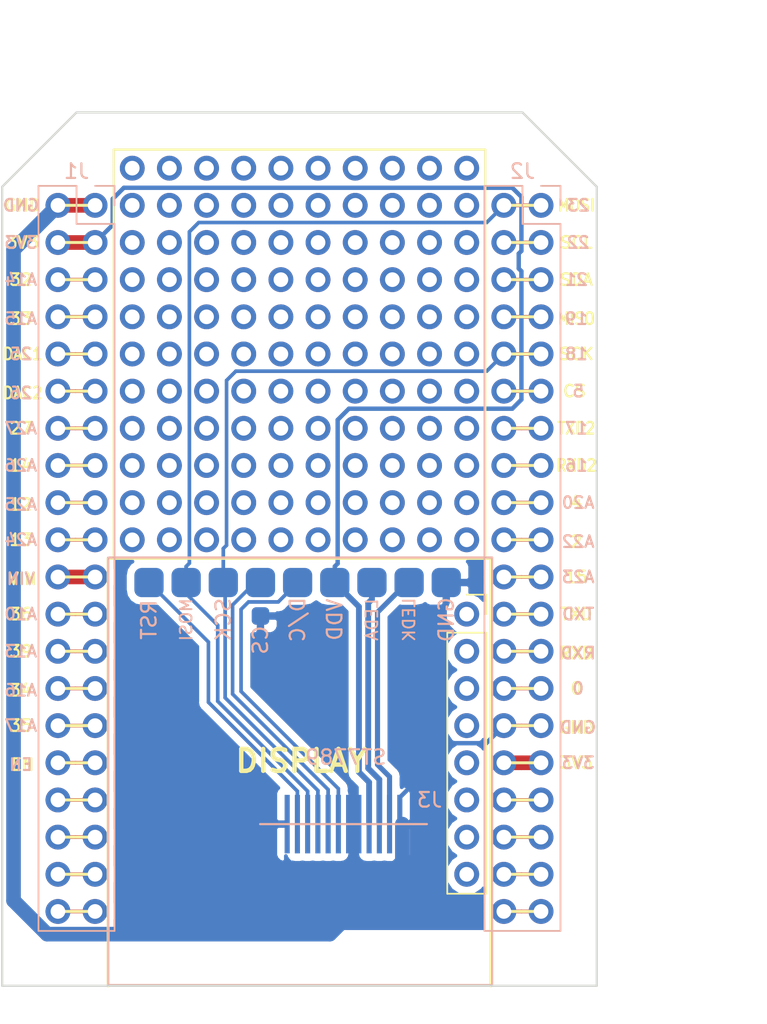
<source format=kicad_pcb>
(kicad_pcb (version 20171130) (host pcbnew 5.0.1)

  (general
    (thickness 1.6)
    (drawings 117)
    (tracks 154)
    (zones 0)
    (modules 5)
    (nets 45)
  )

  (page A4)
  (layers
    (0 F.Cu signal)
    (31 B.Cu signal)
    (32 B.Adhes user)
    (33 F.Adhes user)
    (34 B.Paste user)
    (35 F.Paste user)
    (36 B.SilkS user)
    (37 F.SilkS user)
    (38 B.Mask user)
    (39 F.Mask user)
    (40 Dwgs.User user)
    (41 Cmts.User user)
    (42 Eco1.User user)
    (43 Eco2.User user)
    (44 Edge.Cuts user)
    (45 Margin user)
    (46 B.CrtYd user)
    (47 F.CrtYd user)
    (48 B.Fab user)
    (49 F.Fab user)
  )

  (setup
    (last_trace_width 0.25)
    (trace_clearance 0.2)
    (zone_clearance 0.508)
    (zone_45_only no)
    (trace_min 0.2)
    (segment_width 0.2)
    (edge_width 0.15)
    (via_size 0.8)
    (via_drill 0.4)
    (via_min_size 0.4)
    (via_min_drill 0.3)
    (uvia_size 0.3)
    (uvia_drill 0.1)
    (uvias_allowed no)
    (uvia_min_size 0.2)
    (uvia_min_drill 0.1)
    (pcb_text_width 0.3)
    (pcb_text_size 1.5 1.5)
    (mod_edge_width 0.15)
    (mod_text_size 1 1)
    (mod_text_width 0.15)
    (pad_size 1.7 1.7)
    (pad_drill 1)
    (pad_to_mask_clearance 0.051)
    (solder_mask_min_width 0.25)
    (aux_axis_origin 0 0)
    (visible_elements FFFFFF7F)
    (pcbplotparams
      (layerselection 0x010f0_ffffffff)
      (usegerberextensions true)
      (usegerberattributes false)
      (usegerberadvancedattributes false)
      (creategerberjobfile false)
      (excludeedgelayer true)
      (linewidth 0.100000)
      (plotframeref false)
      (viasonmask false)
      (mode 1)
      (useauxorigin false)
      (hpglpennumber 1)
      (hpglpenspeed 20)
      (hpglpendiameter 15.000000)
      (psnegative false)
      (psa4output false)
      (plotreference false)
      (plotvalue false)
      (plotinvisibletext false)
      (padsonsilk false)
      (subtractmaskfromsilk true)
      (outputformat 1)
      (mirror false)
      (drillshape 0)
      (scaleselection 1)
      (outputdirectory ""))
  )

  (net 0 "")
  (net 1 /VIN)
  (net 2 /DAC2)
  (net 3 /DAC1)
  (net 4 /3V3)
  (net 5 GND)
  (net 6 /MOSI)
  (net 7 /SCL)
  (net 8 /SDA)
  (net 9 /MISO)
  (net 10 /SCK)
  (net 11 /CS)
  (net 12 /TXD2)
  (net 13 /RXD2)
  (net 14 /4)
  (net 15 /2)
  (net 16 /15)
  (net 17 "Net-(J1-Pad39)")
  (net 18 "Net-(J1-Pad37)")
  (net 19 "Net-(J1-Pad35)")
  (net 20 "Net-(J1-Pad33)")
  (net 21 "Net-(J2-Pad31)")
  (net 22 "Net-(J2-Pad33)")
  (net 23 "Net-(J2-Pad35)")
  (net 24 "Net-(J2-Pad37)")
  (net 25 "Net-(J2-Pad39)")
  (net 26 "Net-(J3-Pad2)")
  (net 27 "Net-(J3-Pad3)")
  (net 28 "Net-(J3-Pad7)")
  (net 29 "Net-(J3-Pad8)")
  (net 30 "Net-(J3-Pad11)")
  (net 31 /36)
  (net 32 /13)
  (net 33 /39)
  (net 34 /32)
  (net 35 /35)
  (net 36 /12)
  (net 37 /14)
  (net 38 /33)
  (net 39 /34)
  (net 40 /27)
  (net 41 /EN)
  (net 42 /TXD)
  (net 43 /RXD)
  (net 44 /0)

  (net_class Default "これはデフォルトのネット クラスです。"
    (clearance 0.2)
    (trace_width 0.25)
    (via_dia 0.8)
    (via_drill 0.4)
    (uvia_dia 0.3)
    (uvia_drill 0.1)
    (add_net /0)
    (add_net /12)
    (add_net /13)
    (add_net /14)
    (add_net /15)
    (add_net /2)
    (add_net /27)
    (add_net /32)
    (add_net /33)
    (add_net /34)
    (add_net /35)
    (add_net /36)
    (add_net /39)
    (add_net /4)
    (add_net /CS)
    (add_net /DAC1)
    (add_net /DAC2)
    (add_net /EN)
    (add_net /MISO)
    (add_net /MOSI)
    (add_net /RXD)
    (add_net /RXD2)
    (add_net /SCK)
    (add_net /SCL)
    (add_net /SDA)
    (add_net /TXD)
    (add_net /TXD2)
    (add_net "Net-(J1-Pad33)")
    (add_net "Net-(J1-Pad35)")
    (add_net "Net-(J1-Pad37)")
    (add_net "Net-(J1-Pad39)")
    (add_net "Net-(J2-Pad31)")
    (add_net "Net-(J2-Pad33)")
    (add_net "Net-(J2-Pad35)")
    (add_net "Net-(J2-Pad37)")
    (add_net "Net-(J2-Pad39)")
    (add_net "Net-(J3-Pad11)")
    (add_net "Net-(J3-Pad2)")
    (add_net "Net-(J3-Pad3)")
    (add_net "Net-(J3-Pad7)")
    (add_net "Net-(J3-Pad8)")
  )

  (net_class Power ""
    (clearance 0.2)
    (trace_width 1)
    (via_dia 1)
    (via_drill 0.5)
    (uvia_dia 0.3)
    (uvia_drill 0.1)
    (add_net /3V3)
    (add_net /VIN)
    (add_net GND)
  )

  (module lib:TFT-12P (layer B.Cu) (tedit 5C9241ED) (tstamp 5C93C544)
    (at 157.988 126.111 180)
    (path /5C92181F)
    (fp_text reference J3 (at -2.032 1.651 180) (layer B.SilkS)
      (effects (font (size 1 1) (thickness 0.15)) (justify mirror))
    )
    (fp_text value Conn_01x12 (at 6.477 -12.827 180) (layer B.Fab)
      (effects (font (size 1 1) (thickness 0.15)) (justify mirror))
    )
    (fp_text user ST7789 (at 3.683 4.572 180) (layer B.SilkS)
      (effects (font (size 1 1) (thickness 0.15)) (justify mirror))
    )
    (fp_line (start -1.85 0) (end 9.55 0) (layer B.SilkS) (width 0.15))
    (fp_line (start -6.31 -11) (end 19.85 -11) (layer B.SilkS) (width 0.15))
    (fp_line (start -6.31 18.22) (end 19.85 18.22) (layer B.SilkS) (width 0.15))
    (fp_line (start -6.31 18.21) (end -6.31 -11) (layer B.SilkS) (width 0.15))
    (fp_line (start 19.939 18.21) (end 19.939 -11) (layer B.SilkS) (width 0.15))
    (fp_text user GND (at -3.175 13.97 270) (layer B.SilkS)
      (effects (font (size 1 1) (thickness 0.15)) (justify mirror))
    )
    (fp_text user LEDK (at -0.635 13.97 270) (layer B.SilkS)
      (effects (font (size 0.8 0.8) (thickness 0.13)) (justify mirror))
    )
    (fp_text user LEDA (at 1.905 13.97 270) (layer B.SilkS)
      (effects (font (size 0.8 0.8) (thickness 0.13)) (justify mirror))
    )
    (fp_text user VDD (at 4.445 13.97 270) (layer B.SilkS)
      (effects (font (size 1 1) (thickness 0.15)) (justify mirror))
    )
    (fp_text user D/C (at 6.985 13.97 270) (layer B.SilkS)
      (effects (font (size 1 1) (thickness 0.15)) (justify mirror))
    )
    (fp_text user CS (at 9.525 12.573 270) (layer B.SilkS)
      (effects (font (size 1 1) (thickness 0.15)) (justify mirror))
    )
    (fp_text user SCK (at 12.065 13.97 270) (layer B.SilkS)
      (effects (font (size 1 1) (thickness 0.15)) (justify mirror))
    )
    (fp_text user MOSI (at 14.605 13.97 270) (layer B.SilkS)
      (effects (font (size 0.8 0.8) (thickness 0.13)) (justify mirror))
    )
    (fp_text user RST (at 17.145 13.97 270) (layer B.SilkS)
      (effects (font (size 1 1) (thickness 0.15)) (justify mirror))
    )
    (pad 1 smd roundrect (at 9.525 14.224 180) (size 1.2 1.2) (layers B.Cu B.Paste B.Mask) (roundrect_rratio 0.25)
      (net 5 GND))
    (pad 1 smd rect (at 0 0) (size 0.35 4) (layers B.Cu B.Paste B.Mask)
      (net 5 GND))
    (pad 2 smd rect (at 0.7 0) (size 0.35 4) (layers B.Cu B.Paste B.Mask)
      (net 26 "Net-(J3-Pad2)"))
    (pad 3 smd rect (at 1.4 0) (size 0.35 4) (layers B.Cu B.Paste B.Mask)
      (net 27 "Net-(J3-Pad3)"))
    (pad 4 smd rect (at 2.1 0) (size 0.35 4) (layers B.Cu B.Paste B.Mask)
      (net 4 /3V3))
    (pad 5 smd rect (at 2.8 0) (size 0.35 4) (layers B.Cu B.Paste B.Mask)
      (net 5 GND) (zone_connect 2))
    (pad 6 smd rect (at 3.5 0) (size 0.35 4) (layers B.Cu B.Paste B.Mask)
      (net 5 GND) (zone_connect 2))
    (pad 7 smd rect (at 4.2 0) (size 0.35 4) (layers B.Cu B.Paste B.Mask)
      (net 28 "Net-(J3-Pad7)"))
    (pad 8 smd rect (at 4.9 0) (size 0.35 4) (layers B.Cu B.Paste B.Mask)
      (net 29 "Net-(J3-Pad8)"))
    (pad 9 smd rect (at 5.6 0) (size 0.35 4) (layers B.Cu B.Paste B.Mask)
      (net 10 /SCK))
    (pad 10 smd rect (at 6.3 0) (size 0.35 4) (layers B.Cu B.Paste B.Mask)
      (net 6 /MOSI))
    (pad 11 smd rect (at 7 0) (size 0.35 4) (layers B.Cu B.Paste B.Mask)
      (net 30 "Net-(J3-Pad11)"))
    (pad 12 smd rect (at 7.7 0) (size 0.35 4) (layers B.Cu B.Paste B.Mask)
      (net 5 GND))
    (pad 11 smd roundrect (at 17.145 16.51 180) (size 2 2) (layers B.Cu B.Paste B.Mask) (roundrect_rratio 0.25)
      (net 30 "Net-(J3-Pad11)"))
    (pad 10 smd roundrect (at 14.605 16.51 180) (size 2 2) (layers B.Cu B.Paste B.Mask) (roundrect_rratio 0.25)
      (net 6 /MOSI))
    (pad 9 smd roundrect (at 12.065 16.51 180) (size 2 2) (layers B.Cu B.Paste B.Mask) (roundrect_rratio 0.25)
      (net 10 /SCK))
    (pad 8 smd roundrect (at 9.525 16.51 180) (size 2 2) (layers B.Cu B.Paste B.Mask) (roundrect_rratio 0.25)
      (net 29 "Net-(J3-Pad8)"))
    (pad 7 smd roundrect (at 6.985 16.51 180) (size 2 2) (layers B.Cu B.Paste B.Mask) (roundrect_rratio 0.25)
      (net 28 "Net-(J3-Pad7)"))
    (pad 4 smd roundrect (at 4.445 16.51 180) (size 2 2) (layers B.Cu B.Paste B.Mask) (roundrect_rratio 0.25)
      (net 4 /3V3))
    (pad 3 smd roundrect (at 1.905 16.51 180) (size 2 2) (layers B.Cu B.Paste B.Mask) (roundrect_rratio 0.25)
      (net 27 "Net-(J3-Pad3)"))
    (pad 2 smd roundrect (at -0.635 16.51 180) (size 2 2) (layers B.Cu B.Paste B.Mask) (roundrect_rratio 0.25)
      (net 26 "Net-(J3-Pad2)"))
    (pad 1 smd roundrect (at -3.175 16.51 180) (size 2 2) (layers B.Cu B.Paste B.Mask) (roundrect_rratio 0.25)
      (net 5 GND))
  )

  (module Connector_PinHeader_2.54mm:PinHeader_2x20_P2.54mm_Vertical (layer B.Cu) (tedit 5C920F4B) (tstamp 5C92EF25)
    (at 137.16 83.82 180)
    (descr "Through hole straight pin header, 2x20, 2.54mm pitch, double rows")
    (tags "Through hole pin header THT 2x20 2.54mm double row")
    (path /5C65C92D)
    (fp_text reference J1 (at 1.27 2.33 180) (layer B.SilkS)
      (effects (font (size 1 1) (thickness 0.15)) (justify mirror))
    )
    (fp_text value Conn_02x20 (at 1.27 -50.59 180) (layer B.Fab)
      (effects (font (size 1 1) (thickness 0.15)) (justify mirror))
    )
    (fp_text user %R (at 1.27 -24.13 90) (layer B.Fab)
      (effects (font (size 1 1) (thickness 0.15)) (justify mirror))
    )
    (fp_line (start 4.35 1.8) (end -1.8 1.8) (layer B.CrtYd) (width 0.05))
    (fp_line (start 4.35 -50.05) (end 4.35 1.8) (layer B.CrtYd) (width 0.05))
    (fp_line (start -1.8 -50.05) (end 4.35 -50.05) (layer B.CrtYd) (width 0.05))
    (fp_line (start -1.8 1.8) (end -1.8 -50.05) (layer B.CrtYd) (width 0.05))
    (fp_line (start -1.33 1.33) (end 0 1.33) (layer B.SilkS) (width 0.12))
    (fp_line (start -1.33 0) (end -1.33 1.33) (layer B.SilkS) (width 0.12))
    (fp_line (start 1.27 1.33) (end 3.87 1.33) (layer B.SilkS) (width 0.12))
    (fp_line (start 1.27 -1.27) (end 1.27 1.33) (layer B.SilkS) (width 0.12))
    (fp_line (start -1.33 -1.27) (end 1.27 -1.27) (layer B.SilkS) (width 0.12))
    (fp_line (start 3.87 1.33) (end 3.87 -49.59) (layer B.SilkS) (width 0.12))
    (fp_line (start -1.33 -1.27) (end -1.33 -49.59) (layer B.SilkS) (width 0.12))
    (fp_line (start -1.33 -49.59) (end 3.87 -49.59) (layer B.SilkS) (width 0.12))
    (fp_line (start -1.27 0) (end 0 1.27) (layer B.Fab) (width 0.1))
    (fp_line (start -1.27 -49.53) (end -1.27 0) (layer B.Fab) (width 0.1))
    (fp_line (start 3.81 -49.53) (end -1.27 -49.53) (layer B.Fab) (width 0.1))
    (fp_line (start 3.81 1.27) (end 3.81 -49.53) (layer B.Fab) (width 0.1))
    (fp_line (start 0 1.27) (end 3.81 1.27) (layer B.Fab) (width 0.1))
    (pad 40 thru_hole oval (at 2.54 -48.26 180) (size 1.7 1.7) (drill 1) (layers *.Cu *.Mask)
      (net 17 "Net-(J1-Pad39)"))
    (pad 39 thru_hole oval (at 0 -48.26 180) (size 1.7 1.7) (drill 1) (layers *.Cu *.Mask)
      (net 17 "Net-(J1-Pad39)"))
    (pad 38 thru_hole oval (at 2.54 -45.72 180) (size 1.7 1.7) (drill 1) (layers *.Cu *.Mask)
      (net 18 "Net-(J1-Pad37)"))
    (pad 37 thru_hole oval (at 0 -45.72 180) (size 1.7 1.7) (drill 1) (layers *.Cu *.Mask)
      (net 18 "Net-(J1-Pad37)"))
    (pad 36 thru_hole oval (at 2.54 -43.18 180) (size 1.7 1.7) (drill 1) (layers *.Cu *.Mask)
      (net 19 "Net-(J1-Pad35)"))
    (pad 35 thru_hole oval (at 0 -43.18 180) (size 1.7 1.7) (drill 1) (layers *.Cu *.Mask)
      (net 19 "Net-(J1-Pad35)"))
    (pad 34 thru_hole oval (at 2.54 -40.64 180) (size 1.7 1.7) (drill 1) (layers *.Cu *.Mask)
      (net 20 "Net-(J1-Pad33)"))
    (pad 33 thru_hole oval (at 0 -40.64 180) (size 1.7 1.7) (drill 1) (layers *.Cu *.Mask)
      (net 20 "Net-(J1-Pad33)"))
    (pad 32 thru_hole oval (at 2.54 -38.1 180) (size 1.7 1.7) (drill 1) (layers *.Cu *.Mask)
      (net 41 /EN))
    (pad 31 thru_hole oval (at 0 -38.1 180) (size 1.7 1.7) (drill 1) (layers *.Cu *.Mask)
      (net 41 /EN))
    (pad 30 thru_hole oval (at 2.54 -35.56 180) (size 1.7 1.7) (drill 1) (layers *.Cu *.Mask)
      (net 35 /35))
    (pad 29 thru_hole oval (at 0 -35.56 180) (size 1.7 1.7) (drill 1) (layers *.Cu *.Mask)
      (net 35 /35))
    (pad 28 thru_hole oval (at 2.54 -33.02 180) (size 1.7 1.7) (drill 1) (layers *.Cu *.Mask)
      (net 39 /34))
    (pad 27 thru_hole oval (at 0 -33.02 180) (size 1.7 1.7) (drill 1) (layers *.Cu *.Mask)
      (net 39 /34))
    (pad 26 thru_hole oval (at 2.54 -30.48 180) (size 1.7 1.7) (drill 1) (layers *.Cu *.Mask)
      (net 33 /39))
    (pad 25 thru_hole oval (at 0 -30.48 180) (size 1.7 1.7) (drill 1) (layers *.Cu *.Mask)
      (net 33 /39))
    (pad 24 thru_hole oval (at 2.54 -27.94 180) (size 1.7 1.7) (drill 1) (layers *.Cu *.Mask)
      (net 31 /36))
    (pad 23 thru_hole oval (at 0 -27.94 180) (size 1.7 1.7) (drill 1) (layers *.Cu *.Mask)
      (net 31 /36))
    (pad 22 thru_hole oval (at 2.54 -25.4 180) (size 1.7 1.7) (drill 1) (layers *.Cu *.Mask)
      (net 1 /VIN))
    (pad 21 thru_hole oval (at 0 -25.4 180) (size 1.7 1.7) (drill 1) (layers *.Cu *.Mask)
      (net 1 /VIN))
    (pad 20 thru_hole oval (at 2.54 -22.86 180) (size 1.7 1.7) (drill 1) (layers *.Cu *.Mask)
      (net 32 /13))
    (pad 19 thru_hole oval (at 0 -22.86 180) (size 1.7 1.7) (drill 1) (layers *.Cu *.Mask)
      (net 32 /13))
    (pad 18 thru_hole oval (at 2.54 -20.32 180) (size 1.7 1.7) (drill 1) (layers *.Cu *.Mask)
      (net 36 /12))
    (pad 17 thru_hole oval (at 0 -20.32 180) (size 1.7 1.7) (drill 1) (layers *.Cu *.Mask)
      (net 36 /12))
    (pad 16 thru_hole oval (at 2.54 -17.78 180) (size 1.7 1.7) (drill 1) (layers *.Cu *.Mask)
      (net 37 /14))
    (pad 15 thru_hole oval (at 0 -17.78 180) (size 1.7 1.7) (drill 1) (layers *.Cu *.Mask)
      (net 37 /14))
    (pad 14 thru_hole oval (at 2.54 -15.24 180) (size 1.7 1.7) (drill 1) (layers *.Cu *.Mask)
      (net 40 /27))
    (pad 13 thru_hole oval (at 0 -15.24 180) (size 1.7 1.7) (drill 1) (layers *.Cu *.Mask)
      (net 40 /27))
    (pad 12 thru_hole oval (at 2.54 -12.7 180) (size 1.7 1.7) (drill 1) (layers *.Cu *.Mask)
      (net 2 /DAC2))
    (pad 11 thru_hole oval (at 0 -12.7 180) (size 1.7 1.7) (drill 1) (layers *.Cu *.Mask)
      (net 2 /DAC2))
    (pad 10 thru_hole oval (at 2.54 -10.16 180) (size 1.7 1.7) (drill 1) (layers *.Cu *.Mask)
      (net 3 /DAC1))
    (pad 9 thru_hole oval (at 0 -10.16 180) (size 1.7 1.7) (drill 1) (layers *.Cu *.Mask)
      (net 3 /DAC1))
    (pad 8 thru_hole oval (at 2.54 -7.62 180) (size 1.7 1.7) (drill 1) (layers *.Cu *.Mask)
      (net 38 /33))
    (pad 7 thru_hole oval (at 0 -7.62 180) (size 1.7 1.7) (drill 1) (layers *.Cu *.Mask)
      (net 38 /33))
    (pad 6 thru_hole oval (at 2.54 -5.08 180) (size 1.7 1.7) (drill 1) (layers *.Cu *.Mask)
      (net 34 /32))
    (pad 5 thru_hole oval (at 0 -5.08 180) (size 1.7 1.7) (drill 1) (layers *.Cu *.Mask)
      (net 34 /32))
    (pad 4 thru_hole oval (at 2.54 -2.54 180) (size 1.7 1.7) (drill 1) (layers *.Cu *.Mask)
      (net 4 /3V3))
    (pad 3 thru_hole oval (at 0 -2.54 180) (size 1.7 1.7) (drill 1) (layers *.Cu *.Mask)
      (net 4 /3V3))
    (pad 2 thru_hole oval (at 2.54 0 180) (size 1.7 1.7) (drill 1) (layers *.Cu *.Mask)
      (net 5 GND))
    (pad 1 thru_hole circle (at 0 0 180) (size 1.7 1.7) (drill 1) (layers *.Cu *.Mask)
      (net 5 GND))
    (model ${KISYS3DMOD}/Connector_PinHeader_2.54mm.3dshapes/PinHeader_2x20_P2.54mm_Vertical.wrl
      (at (xyz 0 0 0))
      (scale (xyz 1 1 1))
      (rotate (xyz 0 0 0))
    )
  )

  (module Connector_PinHeader_2.54mm:PinHeader_2x20_P2.54mm_Vertical (layer B.Cu) (tedit 5C920F52) (tstamp 5C92EF62)
    (at 167.64 83.82 180)
    (descr "Through hole straight pin header, 2x20, 2.54mm pitch, double rows")
    (tags "Through hole pin header THT 2x20 2.54mm double row")
    (path /5C65C8EA)
    (fp_text reference J2 (at 1.27 2.33 180) (layer B.SilkS)
      (effects (font (size 1 1) (thickness 0.15)) (justify mirror))
    )
    (fp_text value Conn_01x40 (at 1.27 -50.59 180) (layer B.Fab)
      (effects (font (size 1 1) (thickness 0.15)) (justify mirror))
    )
    (fp_line (start 0 1.27) (end 3.81 1.27) (layer B.Fab) (width 0.1))
    (fp_line (start 3.81 1.27) (end 3.81 -49.53) (layer B.Fab) (width 0.1))
    (fp_line (start 3.81 -49.53) (end -1.27 -49.53) (layer B.Fab) (width 0.1))
    (fp_line (start -1.27 -49.53) (end -1.27 0) (layer B.Fab) (width 0.1))
    (fp_line (start -1.27 0) (end 0 1.27) (layer B.Fab) (width 0.1))
    (fp_line (start -1.33 -49.59) (end 3.87 -49.59) (layer B.SilkS) (width 0.12))
    (fp_line (start -1.33 -1.27) (end -1.33 -49.59) (layer B.SilkS) (width 0.12))
    (fp_line (start 3.87 1.33) (end 3.87 -49.59) (layer B.SilkS) (width 0.12))
    (fp_line (start -1.33 -1.27) (end 1.27 -1.27) (layer B.SilkS) (width 0.12))
    (fp_line (start 1.27 -1.27) (end 1.27 1.33) (layer B.SilkS) (width 0.12))
    (fp_line (start 1.27 1.33) (end 3.87 1.33) (layer B.SilkS) (width 0.12))
    (fp_line (start -1.33 0) (end -1.33 1.33) (layer B.SilkS) (width 0.12))
    (fp_line (start -1.33 1.33) (end 0 1.33) (layer B.SilkS) (width 0.12))
    (fp_line (start -1.8 1.8) (end -1.8 -50.05) (layer B.CrtYd) (width 0.05))
    (fp_line (start -1.8 -50.05) (end 4.35 -50.05) (layer B.CrtYd) (width 0.05))
    (fp_line (start 4.35 -50.05) (end 4.35 1.8) (layer B.CrtYd) (width 0.05))
    (fp_line (start 4.35 1.8) (end -1.8 1.8) (layer B.CrtYd) (width 0.05))
    (fp_text user %R (at 1.27 -24.13 90) (layer B.Fab)
      (effects (font (size 1 1) (thickness 0.15)) (justify mirror))
    )
    (pad 1 thru_hole circle (at 0 0 180) (size 1.7 1.7) (drill 1) (layers *.Cu *.Mask)
      (net 6 /MOSI))
    (pad 2 thru_hole oval (at 2.54 0 180) (size 1.7 1.7) (drill 1) (layers *.Cu *.Mask)
      (net 6 /MOSI))
    (pad 3 thru_hole oval (at 0 -2.54 180) (size 1.7 1.7) (drill 1) (layers *.Cu *.Mask)
      (net 7 /SCL))
    (pad 4 thru_hole oval (at 2.54 -2.54 180) (size 1.7 1.7) (drill 1) (layers *.Cu *.Mask)
      (net 7 /SCL))
    (pad 5 thru_hole oval (at 0 -5.08 180) (size 1.7 1.7) (drill 1) (layers *.Cu *.Mask)
      (net 8 /SDA))
    (pad 6 thru_hole oval (at 2.54 -5.08 180) (size 1.7 1.7) (drill 1) (layers *.Cu *.Mask)
      (net 8 /SDA))
    (pad 7 thru_hole oval (at 0 -7.62 180) (size 1.7 1.7) (drill 1) (layers *.Cu *.Mask)
      (net 9 /MISO))
    (pad 8 thru_hole oval (at 2.54 -7.62 180) (size 1.7 1.7) (drill 1) (layers *.Cu *.Mask)
      (net 9 /MISO))
    (pad 9 thru_hole oval (at 0 -10.16 180) (size 1.7 1.7) (drill 1) (layers *.Cu *.Mask)
      (net 10 /SCK))
    (pad 10 thru_hole oval (at 2.54 -10.16 180) (size 1.7 1.7) (drill 1) (layers *.Cu *.Mask)
      (net 10 /SCK))
    (pad 11 thru_hole oval (at 0 -12.7 180) (size 1.7 1.7) (drill 1) (layers *.Cu *.Mask)
      (net 11 /CS))
    (pad 12 thru_hole oval (at 2.54 -12.7 180) (size 1.7 1.7) (drill 1) (layers *.Cu *.Mask)
      (net 11 /CS))
    (pad 13 thru_hole oval (at 0 -15.24 180) (size 1.7 1.7) (drill 1) (layers *.Cu *.Mask)
      (net 12 /TXD2))
    (pad 14 thru_hole oval (at 2.54 -15.24 180) (size 1.7 1.7) (drill 1) (layers *.Cu *.Mask)
      (net 12 /TXD2))
    (pad 15 thru_hole oval (at 0 -17.78 180) (size 1.7 1.7) (drill 1) (layers *.Cu *.Mask)
      (net 13 /RXD2))
    (pad 16 thru_hole oval (at 2.54 -17.78 180) (size 1.7 1.7) (drill 1) (layers *.Cu *.Mask)
      (net 13 /RXD2))
    (pad 17 thru_hole oval (at 0 -20.32 180) (size 1.7 1.7) (drill 1) (layers *.Cu *.Mask)
      (net 14 /4))
    (pad 18 thru_hole oval (at 2.54 -20.32 180) (size 1.7 1.7) (drill 1) (layers *.Cu *.Mask)
      (net 14 /4))
    (pad 19 thru_hole oval (at 0 -22.86 180) (size 1.7 1.7) (drill 1) (layers *.Cu *.Mask)
      (net 15 /2))
    (pad 20 thru_hole oval (at 2.54 -22.86 180) (size 1.7 1.7) (drill 1) (layers *.Cu *.Mask)
      (net 15 /2))
    (pad 21 thru_hole oval (at 0 -25.4 180) (size 1.7 1.7) (drill 1) (layers *.Cu *.Mask)
      (net 16 /15))
    (pad 22 thru_hole oval (at 2.54 -25.4 180) (size 1.7 1.7) (drill 1) (layers *.Cu *.Mask)
      (net 16 /15))
    (pad 23 thru_hole oval (at 0 -27.94 180) (size 1.7 1.7) (drill 1) (layers *.Cu *.Mask)
      (net 42 /TXD))
    (pad 24 thru_hole oval (at 2.54 -27.94 180) (size 1.7 1.7) (drill 1) (layers *.Cu *.Mask)
      (net 42 /TXD))
    (pad 25 thru_hole oval (at 0 -30.48 180) (size 1.7 1.7) (drill 1) (layers *.Cu *.Mask)
      (net 43 /RXD))
    (pad 26 thru_hole oval (at 2.54 -30.48 180) (size 1.7 1.7) (drill 1) (layers *.Cu *.Mask)
      (net 43 /RXD))
    (pad 27 thru_hole oval (at 0 -33.02 180) (size 1.7 1.7) (drill 1) (layers *.Cu *.Mask)
      (net 44 /0))
    (pad 28 thru_hole oval (at 2.54 -33.02 180) (size 1.7 1.7) (drill 1) (layers *.Cu *.Mask)
      (net 44 /0))
    (pad 29 thru_hole oval (at 0 -35.56 180) (size 1.7 1.7) (drill 1) (layers *.Cu *.Mask)
      (net 5 GND))
    (pad 30 thru_hole oval (at 2.54 -35.56 180) (size 1.7 1.7) (drill 1) (layers *.Cu *.Mask)
      (net 5 GND))
    (pad 31 thru_hole oval (at 0 -38.1 180) (size 1.7 1.7) (drill 1) (layers *.Cu *.Mask)
      (net 21 "Net-(J2-Pad31)"))
    (pad 32 thru_hole oval (at 2.54 -38.1 180) (size 1.7 1.7) (drill 1) (layers *.Cu *.Mask)
      (net 21 "Net-(J2-Pad31)"))
    (pad 33 thru_hole oval (at 0 -40.64 180) (size 1.7 1.7) (drill 1) (layers *.Cu *.Mask)
      (net 22 "Net-(J2-Pad33)"))
    (pad 34 thru_hole oval (at 2.54 -40.64 180) (size 1.7 1.7) (drill 1) (layers *.Cu *.Mask)
      (net 22 "Net-(J2-Pad33)"))
    (pad 35 thru_hole oval (at 0 -43.18 180) (size 1.7 1.7) (drill 1) (layers *.Cu *.Mask)
      (net 23 "Net-(J2-Pad35)"))
    (pad 36 thru_hole oval (at 2.54 -43.18 180) (size 1.7 1.7) (drill 1) (layers *.Cu *.Mask)
      (net 23 "Net-(J2-Pad35)"))
    (pad 37 thru_hole oval (at 0 -45.72 180) (size 1.7 1.7) (drill 1) (layers *.Cu *.Mask)
      (net 24 "Net-(J2-Pad37)"))
    (pad 38 thru_hole oval (at 2.54 -45.72 180) (size 1.7 1.7) (drill 1) (layers *.Cu *.Mask)
      (net 24 "Net-(J2-Pad37)"))
    (pad 39 thru_hole oval (at 0 -48.26 180) (size 1.7 1.7) (drill 1) (layers *.Cu *.Mask)
      (net 25 "Net-(J2-Pad39)"))
    (pad 40 thru_hole oval (at 2.54 -48.26 180) (size 1.7 1.7) (drill 1) (layers *.Cu *.Mask)
      (net 25 "Net-(J2-Pad39)"))
    (model ${KISYS3DMOD}/Connector_PinHeader_2.54mm.3dshapes/PinHeader_2x20_P2.54mm_Vertical.wrl
      (at (xyz 0 0 0))
      (scale (xyz 1 1 1))
      (rotate (xyz 0 0 0))
    )
  )

  (module lib:Prototype_Area_2.54mm_11x10 (layer F.Cu) (tedit 5C6118E2) (tstamp 5C92B6A8)
    (at 139.7 81.28 90)
    (descr "Prototype Area 09x10")
    (tags "Prototype Area 9x10 2.54mm")
    (fp_text reference J1 (at -3.81 -2.54 90) (layer F.SilkS) hide
      (effects (font (size 1 1) (thickness 0.15)))
    )
    (fp_text value 11x10 (at -10.16 25.4 90) (layer F.Fab)
      (effects (font (size 1 1) (thickness 0.15)))
    )
    (fp_line (start -26.67 24.13) (end -26.67 -1.27) (layer F.SilkS) (width 0.15))
    (fp_line (start 1.27 24.13) (end -26.67 24.13) (layer F.SilkS) (width 0.15))
    (fp_line (start 1.27 -1.27) (end 1.27 24.13) (layer F.SilkS) (width 0.15))
    (fp_line (start -26.67 -1.27) (end 1.27 -1.27) (layer F.SilkS) (width 0.15))
    (pad 34 thru_hole oval (at -25.4 7.62 90) (size 1.7 1.7) (drill 1) (layers *.Cu *.Mask))
    (pad 99 thru_hole oval (at -25.4 20.32 90) (size 1.7 1.7) (drill 1) (layers *.Cu *.Mask))
    (pad 11 thru_hole oval (at -25.4 0 90) (size 1.7 1.7) (drill 1) (layers *.Cu *.Mask))
    (pad 77 thru_hole oval (at -25.4 15.24 90) (size 1.7 1.7) (drill 1) (layers *.Cu *.Mask))
    (pad 100 thru_hole oval (at -25.4 22.86 90) (size 1.7 1.7) (drill 1) (layers *.Cu *.Mask))
    (pad 55 thru_hole oval (at -25.4 10.16 90) (size 1.7 1.7) (drill 1) (layers *.Cu *.Mask))
    (pad 12 thru_hole oval (at -25.4 2.54 90) (size 1.7 1.7) (drill 1) (layers *.Cu *.Mask))
    (pad 33 thru_hole oval (at -25.4 5.08 90) (size 1.7 1.7) (drill 1) (layers *.Cu *.Mask))
    (pad 78 thru_hole oval (at -25.4 17.78 90) (size 1.7 1.7) (drill 1) (layers *.Cu *.Mask))
    (pad 56 thru_hole oval (at -25.4 12.7 90) (size 1.7 1.7) (drill 1) (layers *.Cu *.Mask))
    (pad 1 thru_hole circle (at 0 0 90) (size 1.7 1.7) (drill 1) (layers *.Cu *.Mask))
    (pad 2 thru_hole oval (at -2.54 0 90) (size 1.7 1.7) (drill 1) (layers *.Cu *.Mask))
    (pad 22 thru_hole oval (at 0 2.54 90) (size 1.7 1.7) (drill 1) (layers *.Cu *.Mask))
    (pad 21 thru_hole oval (at -2.54 2.54 90) (size 1.7 1.7) (drill 1) (layers *.Cu *.Mask))
    (pad 23 thru_hole oval (at 0 5.08 90) (size 1.7 1.7) (drill 1) (layers *.Cu *.Mask))
    (pad 24 thru_hole oval (at -2.54 5.08 90) (size 1.7 1.7) (drill 1) (layers *.Cu *.Mask))
    (pad 44 thru_hole oval (at 0 7.62 90) (size 1.7 1.7) (drill 1) (layers *.Cu *.Mask))
    (pad 43 thru_hole oval (at -2.54 7.62 90) (size 1.7 1.7) (drill 1) (layers *.Cu *.Mask))
    (pad 45 thru_hole oval (at 0 10.16 90) (size 1.7 1.7) (drill 1) (layers *.Cu *.Mask))
    (pad 46 thru_hole oval (at -2.54 10.16 90) (size 1.7 1.7) (drill 1) (layers *.Cu *.Mask))
    (pad 66 thru_hole oval (at 0 12.7 90) (size 1.7 1.7) (drill 1) (layers *.Cu *.Mask))
    (pad 65 thru_hole oval (at -2.54 12.7 90) (size 1.7 1.7) (drill 1) (layers *.Cu *.Mask))
    (pad 67 thru_hole oval (at 0 15.24 90) (size 1.7 1.7) (drill 1) (layers *.Cu *.Mask))
    (pad 68 thru_hole oval (at -2.54 15.24 90) (size 1.7 1.7) (drill 1) (layers *.Cu *.Mask))
    (pad 88 thru_hole oval (at 0 17.78 90) (size 1.7 1.7) (drill 1) (layers *.Cu *.Mask))
    (pad 87 thru_hole oval (at -2.54 17.78 90) (size 1.7 1.7) (drill 1) (layers *.Cu *.Mask))
    (pad 89 thru_hole oval (at 0 20.32 90) (size 1.7 1.7) (drill 1) (layers *.Cu *.Mask))
    (pad 90 thru_hole oval (at -2.54 20.32 90) (size 1.7 1.7) (drill 1) (layers *.Cu *.Mask))
    (pad 110 thru_hole oval (at 0 22.86 90) (size 1.7 1.7) (drill 1) (layers *.Cu *.Mask))
    (pad 109 thru_hole oval (at -2.54 22.86 90) (size 1.7 1.7) (drill 1) (layers *.Cu *.Mask))
    (pad 3 thru_hole oval (at -5.08 0 90) (size 1.7 1.7) (drill 1) (layers *.Cu *.Mask))
    (pad 4 thru_hole oval (at -7.62 0 90) (size 1.7 1.7) (drill 1) (layers *.Cu *.Mask))
    (pad 20 thru_hole oval (at -5.08 2.54 90) (size 1.7 1.7) (drill 1) (layers *.Cu *.Mask))
    (pad 19 thru_hole oval (at -7.62 2.54 90) (size 1.7 1.7) (drill 1) (layers *.Cu *.Mask))
    (pad 25 thru_hole oval (at -5.08 5.08 90) (size 1.7 1.7) (drill 1) (layers *.Cu *.Mask))
    (pad 26 thru_hole oval (at -7.62 5.08 90) (size 1.7 1.7) (drill 1) (layers *.Cu *.Mask))
    (pad 42 thru_hole oval (at -5.08 7.62 90) (size 1.7 1.7) (drill 1) (layers *.Cu *.Mask))
    (pad 41 thru_hole oval (at -7.62 7.62 90) (size 1.7 1.7) (drill 1) (layers *.Cu *.Mask))
    (pad 47 thru_hole oval (at -5.08 10.16 90) (size 1.7 1.7) (drill 1) (layers *.Cu *.Mask))
    (pad 48 thru_hole oval (at -7.62 10.16 90) (size 1.7 1.7) (drill 1) (layers *.Cu *.Mask))
    (pad 64 thru_hole oval (at -5.08 12.7 90) (size 1.7 1.7) (drill 1) (layers *.Cu *.Mask))
    (pad 63 thru_hole oval (at -7.62 12.7 90) (size 1.7 1.7) (drill 1) (layers *.Cu *.Mask))
    (pad 69 thru_hole oval (at -5.08 15.24 90) (size 1.7 1.7) (drill 1) (layers *.Cu *.Mask))
    (pad 70 thru_hole oval (at -7.62 15.24 90) (size 1.7 1.7) (drill 1) (layers *.Cu *.Mask))
    (pad 86 thru_hole oval (at -5.08 17.78 90) (size 1.7 1.7) (drill 1) (layers *.Cu *.Mask))
    (pad 85 thru_hole oval (at -7.62 17.78 90) (size 1.7 1.7) (drill 1) (layers *.Cu *.Mask))
    (pad 91 thru_hole oval (at -5.08 20.32 90) (size 1.7 1.7) (drill 1) (layers *.Cu *.Mask))
    (pad 92 thru_hole oval (at -7.62 20.32 90) (size 1.7 1.7) (drill 1) (layers *.Cu *.Mask))
    (pad 108 thru_hole oval (at -5.08 22.86 90) (size 1.7 1.7) (drill 1) (layers *.Cu *.Mask))
    (pad 107 thru_hole oval (at -7.62 22.86 90) (size 1.7 1.7) (drill 1) (layers *.Cu *.Mask))
    (pad 6 thru_hole oval (at -12.7 0 90) (size 1.7 1.7) (drill 1) (layers *.Cu *.Mask))
    (pad 72 thru_hole oval (at -12.7 15.24 90) (size 1.7 1.7) (drill 1) (layers *.Cu *.Mask))
    (pad 103 thru_hole oval (at -17.78 22.86 90) (size 1.7 1.7) (drill 1) (layers *.Cu *.Mask))
    (pad 74 thru_hole oval (at -17.78 15.24 90) (size 1.7 1.7) (drill 1) (layers *.Cu *.Mask))
    (pad 60 thru_hole oval (at -15.24 12.7 90) (size 1.7 1.7) (drill 1) (layers *.Cu *.Mask))
    (pad 29 thru_hole oval (at -15.24 5.08 90) (size 1.7 1.7) (drill 1) (layers *.Cu *.Mask))
    (pad 62 thru_hole oval (at -10.16 12.7 90) (size 1.7 1.7) (drill 1) (layers *.Cu *.Mask))
    (pad 94 thru_hole oval (at -12.7 20.32 90) (size 1.7 1.7) (drill 1) (layers *.Cu *.Mask))
    (pad 37 thru_hole oval (at -17.78 7.62 90) (size 1.7 1.7) (drill 1) (layers *.Cu *.Mask))
    (pad 5 thru_hole circle (at -10.16 0 90) (size 1.7 1.7) (drill 1) (layers *.Cu *.Mask))
    (pad 84 thru_hole oval (at -10.16 17.78 90) (size 1.7 1.7) (drill 1) (layers *.Cu *.Mask))
    (pad 105 thru_hole oval (at -12.7 22.86 90) (size 1.7 1.7) (drill 1) (layers *.Cu *.Mask))
    (pad 18 thru_hole oval (at -10.16 2.54 90) (size 1.7 1.7) (drill 1) (layers *.Cu *.Mask))
    (pad 106 thru_hole oval (at -10.16 22.86 90) (size 1.7 1.7) (drill 1) (layers *.Cu *.Mask))
    (pad 73 thru_hole oval (at -15.24 15.24 90) (size 1.7 1.7) (drill 1) (layers *.Cu *.Mask))
    (pad 50 thru_hole oval (at -12.7 10.16 90) (size 1.7 1.7) (drill 1) (layers *.Cu *.Mask))
    (pad 39 thru_hole oval (at -12.7 7.62 90) (size 1.7 1.7) (drill 1) (layers *.Cu *.Mask))
    (pad 16 thru_hole oval (at -15.24 2.54 90) (size 1.7 1.7) (drill 1) (layers *.Cu *.Mask))
    (pad 8 thru_hole oval (at -17.78 0 90) (size 1.7 1.7) (drill 1) (layers *.Cu *.Mask))
    (pad 17 thru_hole oval (at -12.7 2.54 90) (size 1.7 1.7) (drill 1) (layers *.Cu *.Mask))
    (pad 71 thru_hole oval (at -10.16 15.24 90) (size 1.7 1.7) (drill 1) (layers *.Cu *.Mask))
    (pad 49 thru_hole oval (at -10.16 10.16 90) (size 1.7 1.7) (drill 1) (layers *.Cu *.Mask))
    (pad 30 thru_hole oval (at -17.78 5.08 90) (size 1.7 1.7) (drill 1) (layers *.Cu *.Mask))
    (pad 59 thru_hole oval (at -17.78 12.7 90) (size 1.7 1.7) (drill 1) (layers *.Cu *.Mask))
    (pad 81 thru_hole oval (at -17.78 17.78 90) (size 1.7 1.7) (drill 1) (layers *.Cu *.Mask))
    (pad 7 thru_hole oval (at -15.24 0 90) (size 1.7 1.7) (drill 1) (layers *.Cu *.Mask))
    (pad 96 thru_hole oval (at -17.78 20.32 90) (size 1.7 1.7) (drill 1) (layers *.Cu *.Mask))
    (pad 82 thru_hole oval (at -15.24 17.78 90) (size 1.7 1.7) (drill 1) (layers *.Cu *.Mask))
    (pad 61 thru_hole oval (at -12.7 12.7 90) (size 1.7 1.7) (drill 1) (layers *.Cu *.Mask))
    (pad 38 thru_hole oval (at -15.24 7.62 90) (size 1.7 1.7) (drill 1) (layers *.Cu *.Mask))
    (pad 104 thru_hole oval (at -15.24 22.86 90) (size 1.7 1.7) (drill 1) (layers *.Cu *.Mask))
    (pad 15 thru_hole oval (at -17.78 2.54 90) (size 1.7 1.7) (drill 1) (layers *.Cu *.Mask))
    (pad 51 thru_hole oval (at -15.24 10.16 90) (size 1.7 1.7) (drill 1) (layers *.Cu *.Mask))
    (pad 52 thru_hole oval (at -17.78 10.16 90) (size 1.7 1.7) (drill 1) (layers *.Cu *.Mask))
    (pad 27 thru_hole oval (at -10.16 5.08 90) (size 1.7 1.7) (drill 1) (layers *.Cu *.Mask))
    (pad 40 thru_hole oval (at -10.16 7.62 90) (size 1.7 1.7) (drill 1) (layers *.Cu *.Mask))
    (pad 28 thru_hole oval (at -12.7 5.08 90) (size 1.7 1.7) (drill 1) (layers *.Cu *.Mask))
    (pad 83 thru_hole oval (at -12.7 17.78 90) (size 1.7 1.7) (drill 1) (layers *.Cu *.Mask))
    (pad 93 thru_hole oval (at -10.16 20.32 90) (size 1.7 1.7) (drill 1) (layers *.Cu *.Mask))
    (pad 95 thru_hole oval (at -15.24 20.32 90) (size 1.7 1.7) (drill 1) (layers *.Cu *.Mask))
    (pad 14 thru_hole oval (at -20.32 2.54 90) (size 1.7 1.7) (drill 1) (layers *.Cu *.Mask))
    (pad 53 thru_hole oval (at -20.32 10.16 90) (size 1.7 1.7) (drill 1) (layers *.Cu *.Mask))
    (pad 102 thru_hole oval (at -20.32 22.86 90) (size 1.7 1.7) (drill 1) (layers *.Cu *.Mask))
    (pad 9 thru_hole oval (at -20.32 0 90) (size 1.7 1.7) (drill 1) (layers *.Cu *.Mask))
    (pad 31 thru_hole oval (at -20.32 5.08 90) (size 1.7 1.7) (drill 1) (layers *.Cu *.Mask))
    (pad 58 thru_hole oval (at -20.32 12.7 90) (size 1.7 1.7) (drill 1) (layers *.Cu *.Mask))
    (pad 80 thru_hole oval (at -20.32 17.78 90) (size 1.7 1.7) (drill 1) (layers *.Cu *.Mask))
    (pad 97 thru_hole oval (at -20.32 20.32 90) (size 1.7 1.7) (drill 1) (layers *.Cu *.Mask))
    (pad 36 thru_hole oval (at -20.32 7.62 90) (size 1.7 1.7) (drill 1) (layers *.Cu *.Mask))
    (pad 75 thru_hole oval (at -20.32 15.24 90) (size 1.7 1.7) (drill 1) (layers *.Cu *.Mask))
    (pad 13 thru_hole oval (at -22.86 2.54 90) (size 1.7 1.7) (drill 1) (layers *.Cu *.Mask))
    (pad 54 thru_hole oval (at -22.86 10.16 90) (size 1.7 1.7) (drill 1) (layers *.Cu *.Mask))
    (pad 101 thru_hole oval (at -22.86 22.86 90) (size 1.7 1.7) (drill 1) (layers *.Cu *.Mask))
    (pad 10 thru_hole oval (at -22.86 0 90) (size 1.7 1.7) (drill 1) (layers *.Cu *.Mask))
    (pad 32 thru_hole oval (at -22.86 5.08 90) (size 1.7 1.7) (drill 1) (layers *.Cu *.Mask))
    (pad 57 thru_hole oval (at -22.86 12.7 90) (size 1.7 1.7) (drill 1) (layers *.Cu *.Mask))
    (pad 79 thru_hole oval (at -22.86 17.78 90) (size 1.7 1.7) (drill 1) (layers *.Cu *.Mask))
    (pad 98 thru_hole oval (at -22.86 20.32 90) (size 1.7 1.7) (drill 1) (layers *.Cu *.Mask))
    (pad 35 thru_hole oval (at -22.86 7.62 90) (size 1.7 1.7) (drill 1) (layers *.Cu *.Mask))
    (pad 76 thru_hole oval (at -22.86 15.24 90) (size 1.7 1.7) (drill 1) (layers *.Cu *.Mask))
  )

  (module Connector_PinSocket_2.54mm:PinSocket_1x08_P2.54mm_Vertical (layer F.Cu) (tedit 5C9241FC) (tstamp 5C9756F6)
    (at 162.56 111.76)
    (descr "Through hole straight socket strip, 1x08, 2.54mm pitch, single row (from Kicad 4.0.7), script generated")
    (tags "Through hole socket strip THT 1x08 2.54mm single row")
    (fp_text reference REF** (at 0 -2.77) (layer F.SilkS) hide
      (effects (font (size 1 1) (thickness 0.15)))
    )
    (fp_text value PinSocket_1x08_P2.54mm_Vertical (at 0 20.55) (layer F.Fab)
      (effects (font (size 1 1) (thickness 0.15)))
    )
    (fp_text user %R (at 0 8.89 90) (layer F.Fab)
      (effects (font (size 1 1) (thickness 0.15)))
    )
    (fp_line (start -1.8 19.55) (end -1.8 -1.8) (layer F.CrtYd) (width 0.05))
    (fp_line (start 1.75 19.55) (end -1.8 19.55) (layer F.CrtYd) (width 0.05))
    (fp_line (start 1.75 -1.8) (end 1.75 19.55) (layer F.CrtYd) (width 0.05))
    (fp_line (start -1.8 -1.8) (end 1.75 -1.8) (layer F.CrtYd) (width 0.05))
    (fp_line (start 0 -1.33) (end 1.33 -1.33) (layer F.SilkS) (width 0.12))
    (fp_line (start 1.33 -1.33) (end 1.33 0) (layer F.SilkS) (width 0.12))
    (fp_line (start 1.33 1.27) (end 1.33 19.11) (layer F.SilkS) (width 0.12))
    (fp_line (start -1.33 19.11) (end 1.33 19.11) (layer F.SilkS) (width 0.12))
    (fp_line (start -1.33 1.27) (end -1.33 19.11) (layer F.SilkS) (width 0.12))
    (fp_line (start -1.33 1.27) (end 1.33 1.27) (layer F.SilkS) (width 0.12))
    (fp_line (start -1.27 19.05) (end -1.27 -1.27) (layer F.Fab) (width 0.1))
    (fp_line (start 1.27 19.05) (end -1.27 19.05) (layer F.Fab) (width 0.1))
    (fp_line (start 1.27 -0.635) (end 1.27 19.05) (layer F.Fab) (width 0.1))
    (fp_line (start 0.635 -1.27) (end 1.27 -0.635) (layer F.Fab) (width 0.1))
    (fp_line (start -1.27 -1.27) (end 0.635 -1.27) (layer F.Fab) (width 0.1))
    (pad 8 thru_hole oval (at 0 17.78) (size 1.7 1.7) (drill 1) (layers *.Cu *.Mask))
    (pad 7 thru_hole oval (at 0 15.24) (size 1.7 1.7) (drill 1) (layers *.Cu *.Mask))
    (pad 6 thru_hole oval (at 0 12.7) (size 1.7 1.7) (drill 1) (layers *.Cu *.Mask))
    (pad 5 thru_hole oval (at 0 10.16) (size 1.7 1.7) (drill 1) (layers *.Cu *.Mask))
    (pad 4 thru_hole oval (at 0 7.62) (size 1.7 1.7) (drill 1) (layers *.Cu *.Mask))
    (pad 3 thru_hole oval (at 0 5.08) (size 1.7 1.7) (drill 1) (layers *.Cu *.Mask))
    (pad 2 thru_hole oval (at 0 2.54) (size 1.7 1.7) (drill 1) (layers *.Cu *.Mask))
    (pad 1 thru_hole circle (at 0 0) (size 1.7 1.7) (drill 1) (layers *.Cu *.Mask))
    (model ${KISYS3DMOD}/Connector_PinSocket_2.54mm.3dshapes/PinSocket_1x08_P2.54mm_Vertical.wrl
      (at (xyz 0 0 0))
      (scale (xyz 1 1 1))
      (rotate (xyz 0 0 0))
    )
  )

  (gr_line (start 165.1 132.08) (end 167.64 132.08) (layer F.SilkS) (width 0.2))
  (gr_line (start 165.1 129.54) (end 167.64 129.54) (layer F.SilkS) (width 0.2))
  (gr_line (start 165.1 127) (end 167.64 127) (layer F.SilkS) (width 0.2))
  (gr_line (start 165.1 124.46) (end 167.64 124.46) (layer F.SilkS) (width 0.2))
  (gr_line (start 165.1 121.92) (end 167.64 121.92) (layer F.SilkS) (width 0.2))
  (gr_line (start 165.1 119.38) (end 167.64 119.38) (layer F.SilkS) (width 0.2))
  (gr_line (start 165.1 116.84) (end 167.64 116.84) (layer F.SilkS) (width 0.2))
  (gr_line (start 165.1 114.3) (end 167.64 114.3) (layer F.SilkS) (width 0.2))
  (gr_line (start 165.1 111.76) (end 167.64 111.76) (layer F.SilkS) (width 0.2))
  (gr_line (start 165.1 109.22) (end 167.64 109.22) (layer F.SilkS) (width 0.2))
  (gr_line (start 165.1 106.68) (end 167.64 106.68) (layer F.SilkS) (width 0.2))
  (gr_line (start 165.1 104.14) (end 167.64 104.14) (layer F.SilkS) (width 0.2))
  (gr_line (start 165.1 101.6) (end 167.64 101.6) (layer F.SilkS) (width 0.2))
  (gr_line (start 165.1 99.06) (end 167.64 99.06) (layer F.SilkS) (width 0.2))
  (gr_line (start 165.1 96.52) (end 167.64 96.52) (layer F.SilkS) (width 0.2))
  (gr_line (start 165.1 93.98) (end 167.64 93.98) (layer F.SilkS) (width 0.2))
  (gr_line (start 165.1 91.44) (end 167.64 91.44) (layer F.SilkS) (width 0.2))
  (gr_line (start 165.1 88.9) (end 167.64 88.9) (layer F.SilkS) (width 0.2))
  (gr_line (start 165.1 86.36) (end 167.64 86.36) (layer F.SilkS) (width 0.2))
  (gr_line (start 165.1 83.82) (end 167.64 83.82) (layer F.SilkS) (width 0.2))
  (gr_line (start 134.62 132.08) (end 137.16 132.08) (layer F.SilkS) (width 0.2))
  (gr_line (start 134.62 129.54) (end 137.16 129.54) (layer F.SilkS) (width 0.2))
  (gr_line (start 134.62 127) (end 137.16 127) (layer F.SilkS) (width 0.2))
  (gr_line (start 134.62 124.46) (end 137.16 124.46) (layer F.SilkS) (width 0.2))
  (gr_line (start 134.62 121.92) (end 137.16 121.92) (layer F.SilkS) (width 0.2))
  (gr_line (start 134.62 119.38) (end 137.16 119.38) (layer F.SilkS) (width 0.2))
  (gr_line (start 134.62 119.38) (end 137.16 119.38) (layer F.SilkS) (width 0.2))
  (gr_line (start 134.62 116.84) (end 137.16 116.84) (layer F.SilkS) (width 0.2))
  (gr_line (start 134.62 114.3) (end 137.16 114.3) (layer F.SilkS) (width 0.2))
  (gr_line (start 134.62 111.76) (end 137.16 111.76) (layer F.SilkS) (width 0.2))
  (gr_line (start 134.62 109.22) (end 137.16 109.22) (layer F.SilkS) (width 0.2))
  (gr_line (start 134.62 106.68) (end 137.16 106.68) (layer F.SilkS) (width 0.2))
  (gr_line (start 134.62 104.14) (end 137.16 104.14) (layer F.SilkS) (width 0.2))
  (gr_line (start 134.62 101.6) (end 137.16 101.6) (layer F.SilkS) (width 0.2))
  (gr_line (start 134.62 99.06) (end 137.16 99.06) (layer F.SilkS) (width 0.2))
  (gr_line (start 134.62 96.52) (end 137.16 96.52) (layer F.SilkS) (width 0.2))
  (gr_line (start 134.62 93.98) (end 137.16 93.98) (layer F.SilkS) (width 0.2))
  (gr_line (start 134.62 91.44) (end 137.16 91.44) (layer F.SilkS) (width 0.2))
  (gr_line (start 134.62 88.9) (end 137.16 88.9) (layer F.SilkS) (width 0.2))
  (gr_line (start 134.62 86.36) (end 137.16 86.36) (layer F.SilkS) (width 0.2))
  (gr_line (start 134.62 83.82) (end 137.16 83.82) (layer F.SilkS) (width 0.2))
  (gr_text 34 (at 132.08 116.967) (layer F.SilkS) (tstamp 5C931FA5)
    (effects (font (size 0.8 0.8) (thickness 0.15)))
  )
  (gr_text 35 (at 132.08 119.38) (layer F.SilkS) (tstamp 5C931FA4)
    (effects (font (size 0.8 0.8) (thickness 0.15)))
  )
  (gr_text 36 (at 132.08 111.76) (layer F.SilkS) (tstamp 5C931FA3)
    (effects (font (size 0.8 0.8) (thickness 0.15)))
  )
  (gr_text A17 (at 132.08 119.38) (layer B.SilkS) (tstamp 5C931FA2)
    (effects (font (size 0.8 0.8) (thickness 0.15)) (justify mirror))
  )
  (gr_text 39 (at 132.08 114.3) (layer F.SilkS) (tstamp 5C931FA1)
    (effects (font (size 0.8 0.8) (thickness 0.15)))
  )
  (gr_text EN (at 132.08 122.047) (layer B.SilkS) (tstamp 5C931FA0)
    (effects (font (size 0.8 0.8) (thickness 0.15)) (justify mirror))
  )
  (gr_text A16 (at 132.08 116.967) (layer B.SilkS) (tstamp 5C931F9F)
    (effects (font (size 0.8 0.8) (thickness 0.15)) (justify mirror))
  )
  (gr_text A10 (at 132.08 111.76) (layer B.SilkS) (tstamp 5C931F9E)
    (effects (font (size 0.8 0.8) (thickness 0.15)) (justify mirror))
  )
  (gr_text EN (at 132.207 122.047) (layer F.SilkS) (tstamp 5C931F9D)
    (effects (font (size 0.8 0.8) (thickness 0.15)))
  )
  (gr_text A13 (at 132.08 114.3) (layer B.SilkS) (tstamp 5C931F9C)
    (effects (font (size 0.8 0.8) (thickness 0.15)) (justify mirror))
  )
  (gr_text 32 (at 132.08 88.9) (layer F.SilkS) (tstamp 5C930F3D)
    (effects (font (size 0.8 0.8) (thickness 0.15)))
  )
  (gr_text A15 (at 132.08 91.567) (layer B.SilkS) (tstamp 5C930F3C)
    (effects (font (size 0.8 0.8) (thickness 0.15)) (justify mirror))
  )
  (gr_text A14 (at 132.08 88.9) (layer B.SilkS) (tstamp 5C930F3B)
    (effects (font (size 0.8 0.8) (thickness 0.15)) (justify mirror))
  )
  (gr_text 33 (at 132.08 91.567) (layer F.SilkS) (tstamp 5C930F3A)
    (effects (font (size 0.8 0.8) (thickness 0.15)))
  )
  (gr_text DAC2 (at 132.207 96.647) (layer F.SilkS) (tstamp 5C930C0E)
    (effects (font (size 0.8 0.7) (thickness 0.15)))
  )
  (gr_text 27 (at 132.08 99.06) (layer F.SilkS) (tstamp 5C930C0D)
    (effects (font (size 0.8 0.8) (thickness 0.15)))
  )
  (gr_text A27 (at 132.08 99.06) (layer B.SilkS) (tstamp 5C930C0C)
    (effects (font (size 0.8 0.8) (thickness 0.15)) (justify mirror))
  )
  (gr_text DAC1 (at 132.207 93.98) (layer F.SilkS) (tstamp 5C930C0B)
    (effects (font (size 0.8 0.7) (thickness 0.15)))
  )
  (gr_text 26 (at 132.08 96.647) (layer B.SilkS) (tstamp 5C930C0A)
    (effects (font (size 0.8 0.8) (thickness 0.15)) (justify mirror))
  )
  (gr_text 25 (at 132.08 93.98) (layer B.SilkS) (tstamp 5C930C09)
    (effects (font (size 0.8 0.8) (thickness 0.15)) (justify mirror))
  )
  (gr_text A26 (at 132.08 101.6) (layer B.SilkS) (tstamp 5C92F2E7)
    (effects (font (size 0.8 0.8) (thickness 0.15)) (justify mirror))
  )
  (gr_text A25 (at 132.08 104.267) (layer B.SilkS) (tstamp 5C92F2E6)
    (effects (font (size 0.8 0.8) (thickness 0.15)) (justify mirror))
  )
  (gr_text A24 (at 132.08 106.68) (layer B.SilkS) (tstamp 5C92F2E5)
    (effects (font (size 0.8 0.8) (thickness 0.15)) (justify mirror))
  )
  (gr_text 14 (at 132.08 101.6) (layer F.SilkS) (tstamp 5C92F2E4)
    (effects (font (size 0.8 0.8) (thickness 0.15)))
  )
  (gr_text 12 (at 132.08 104.267) (layer F.SilkS) (tstamp 5C92F2E3)
    (effects (font (size 0.8 0.8) (thickness 0.15)))
  )
  (gr_text 13 (at 132.08 106.68) (layer F.SilkS) (tstamp 5C92F2E2)
    (effects (font (size 0.8 0.8) (thickness 0.15)))
  )
  (gr_text 3V3 (at 170.18 121.92) (layer B.SilkS) (tstamp 5C92D9B7)
    (effects (font (size 0.8 0.8) (thickness 0.15)) (justify mirror))
  )
  (gr_text GND (at 170.18 119.507) (layer B.SilkS) (tstamp 5C92D9B6)
    (effects (font (size 0.8 0.8) (thickness 0.15)) (justify mirror))
  )
  (gr_text 3V3 (at 170.053 121.92) (layer F.SilkS) (tstamp 5C92D9B5)
    (effects (font (size 0.8 0.8) (thickness 0.15)))
  )
  (gr_text GND (at 170.053 119.507) (layer F.SilkS) (tstamp 5C92D9B4)
    (effects (font (size 0.8 0.8) (thickness 0.15)))
  )
  (gr_text TXD (at 170.18 111.76) (layer B.SilkS) (tstamp 5C92D377)
    (effects (font (size 0.8 0.8) (thickness 0.15)) (justify mirror))
  )
  (gr_text RXD (at 170.18 114.427) (layer B.SilkS) (tstamp 5C92D376)
    (effects (font (size 0.8 0.8) (thickness 0.15)) (justify mirror))
  )
  (gr_text 0 (at 170.18 116.84) (layer B.SilkS) (tstamp 5C92D375)
    (effects (font (size 0.8 0.8) (thickness 0.15)) (justify mirror))
  )
  (gr_text TXD (at 170.053 111.76) (layer F.SilkS) (tstamp 5C92D374)
    (effects (font (size 0.8 0.8) (thickness 0.15)))
  )
  (gr_text RXD (at 170.053 114.427) (layer F.SilkS) (tstamp 5C92D373)
    (effects (font (size 0.8 0.8) (thickness 0.15)))
  )
  (gr_text 0 (at 170.053 116.84) (layer F.SilkS) (tstamp 5C92D372)
    (effects (font (size 0.8 0.8) (thickness 0.15)))
  )
  (gr_text DISPLAY (at 151.257 121.793) (layer F.SilkS)
    (effects (font (size 1.5 1.5) (thickness 0.3)))
  )
  (gr_line (start 164.211 107.95) (end 164.211 137.17) (layer F.SilkS) (width 0.2) (tstamp 5C92F7B6))
  (gr_line (start 138.049 107.95) (end 138.049 137.17) (layer F.SilkS) (width 0.2))
  (gr_line (start 138.051 107.95) (end 164.211 107.95) (layer F.SilkS) (width 0.2))
  (gr_text A23 (at 170.18 109.22) (layer B.SilkS) (tstamp 5C622D1D)
    (effects (font (size 0.8 0.8) (thickness 0.15)) (justify mirror))
  )
  (gr_text A22 (at 170.18 106.807) (layer B.SilkS) (tstamp 5C622AB2)
    (effects (font (size 0.8 0.8) (thickness 0.15)) (justify mirror))
  )
  (gr_text A20 (at 170.18 104.14) (layer B.SilkS) (tstamp 5C622847)
    (effects (font (size 0.8 0.8) (thickness 0.15)) (justify mirror))
  )
  (gr_text 16 (at 170.053 101.6) (layer B.SilkS) (tstamp 5C6225DA)
    (effects (font (size 0.8 0.8) (thickness 0.15)) (justify mirror))
  )
  (gr_text 17 (at 170.053 99.06) (layer B.SilkS) (tstamp 5C62236F)
    (effects (font (size 0.8 0.8) (thickness 0.15)) (justify mirror))
  )
  (gr_text 5 (at 170.18 96.52) (layer B.SilkS) (tstamp 5C622104)
    (effects (font (size 0.8 0.8) (thickness 0.15)) (justify mirror))
  )
  (gr_text 18 (at 170.053 93.98) (layer B.SilkS) (tstamp 5C621E99)
    (effects (font (size 0.8 0.8) (thickness 0.15)) (justify mirror))
  )
  (gr_text 19 (at 170.053 91.567) (layer B.SilkS) (tstamp 5C621C2E)
    (effects (font (size 0.8 0.8) (thickness 0.15)) (justify mirror))
  )
  (gr_text 21 (at 170.053 88.9) (layer B.SilkS) (tstamp 5C6219C3)
    (effects (font (size 0.8 0.8) (thickness 0.15)) (justify mirror))
  )
  (gr_text 22 (at 170.18 86.36) (layer B.SilkS) (tstamp 5C621758)
    (effects (font (size 0.8 0.8) (thickness 0.15)) (justify mirror))
  )
  (gr_text 23 (at 170.18 83.82) (layer B.SilkS) (tstamp 5C62101A)
    (effects (font (size 0.8 0.8) (thickness 0.15)) (justify mirror))
  )
  (gr_text SCL (at 170.053 86.36) (layer F.SilkS) (tstamp 5C620671)
    (effects (font (size 0.8 0.8) (thickness 0.15)))
  )
  (gr_text SDA (at 170.053 88.9) (layer F.SilkS) (tstamp 5C62019B)
    (effects (font (size 0.8 0.8) (thickness 0.15)))
  )
  (gr_text SCK (at 170.053 93.98) (layer F.SilkS) (tstamp 5C61FF30)
    (effects (font (size 0.8 0.8) (thickness 0.15)))
  )
  (gr_text CS (at 169.926 96.52) (layer F.SilkS) (tstamp 5C61FCC5)
    (effects (font (size 0.8 0.8) (thickness 0.15)))
  )
  (gr_text 15 (at 170.053 109.22) (layer F.SilkS) (tstamp 5C61FA57)
    (effects (font (size 0.8 0.8) (thickness 0.15)))
  )
  (gr_text 2 (at 170.053 106.807) (layer F.SilkS) (tstamp 5C61F7EC)
    (effects (font (size 0.8 0.8) (thickness 0.15)))
  )
  (gr_text 4 (at 170.053 104.14) (layer F.SilkS) (tstamp 5C61F581)
    (effects (font (size 0.8 0.8) (thickness 0.15)))
  )
  (gr_text RXD2 (at 170.053 101.6) (layer F.SilkS) (tstamp 5C61EE40)
    (effects (font (size 0.8 0.7) (thickness 0.15)))
  )
  (gr_text TXD2 (at 170.053 99.06) (layer F.SilkS) (tstamp 5C61E96D)
    (effects (font (size 0.8 0.7) (thickness 0.15)))
  )
  (gr_text MISO (at 170.053 91.567) (layer F.SilkS) (tstamp 5C61E22C)
    (effects (font (size 0.8 0.7) (thickness 0.15)))
  )
  (gr_text VIN (at 132.207 109.347) (layer F.SilkS) (tstamp 5C61D870)
    (effects (font (size 0.8 0.8) (thickness 0.15)))
  )
  (gr_text VIN (at 132.08 109.347) (layer B.SilkS) (tstamp 5C61D86F)
    (effects (font (size 0.8 0.8) (thickness 0.15)) (justify mirror))
  )
  (gr_text 3V3 (at 132.08 86.36) (layer B.SilkS) (tstamp 5C61B192)
    (effects (font (size 0.8 0.8) (thickness 0.15)) (justify mirror))
  )
  (gr_text 3V3 (at 132.207 86.36) (layer F.SilkS) (tstamp 5C61B191)
    (effects (font (size 0.8 0.8) (thickness 0.15)))
  )
  (gr_text GND (at 132.08 83.82) (layer B.SilkS) (tstamp 5C61A30E)
    (effects (font (size 0.8 0.8) (thickness 0.15)) (justify mirror))
  )
  (gr_line (start 166.37 77.47) (end 171.45 82.55) (layer Edge.Cuts) (width 0.15))
  (gr_line (start 135.89 77.47) (end 130.81 82.55) (layer Edge.Cuts) (width 0.15))
  (gr_text GND (at 132.207 83.82) (layer F.SilkS)
    (effects (font (size 0.8 0.8) (thickness 0.15)))
  )
  (gr_text MOSI (at 170.053 83.82) (layer F.SilkS)
    (effects (font (size 0.8 0.7) (thickness 0.15)))
  )
  (dimension 59.69 (width 0.3) (layer Cmts.User)
    (gr_text "59.690 mm" (at 181.17 107.315 270) (layer Cmts.User)
      (effects (font (size 1.5 1.5) (thickness 0.3)))
    )
    (feature1 (pts (xy 175.26 137.16) (xy 179.656421 137.16)))
    (feature2 (pts (xy 175.26 77.47) (xy 179.656421 77.47)))
    (crossbar (pts (xy 179.07 77.47) (xy 179.07 137.16)))
    (arrow1a (pts (xy 179.07 137.16) (xy 178.483579 136.033496)))
    (arrow1b (pts (xy 179.07 137.16) (xy 179.656421 136.033496)))
    (arrow2a (pts (xy 179.07 77.47) (xy 178.483579 78.596504)))
    (arrow2b (pts (xy 179.07 77.47) (xy 179.656421 78.596504)))
  )
  (dimension 40.64 (width 0.3) (layer Cmts.User)
    (gr_text "40.640 mm" (at 151.13 70.890446) (layer Cmts.User)
      (effects (font (size 1.5 1.5) (thickness 0.3)))
    )
    (feature1 (pts (xy 171.45 75.530446) (xy 171.45 72.404025)))
    (feature2 (pts (xy 130.81 75.530446) (xy 130.81 72.404025)))
    (crossbar (pts (xy 130.81 72.990446) (xy 171.45 72.990446)))
    (arrow1a (pts (xy 171.45 72.990446) (xy 170.323496 73.576867)))
    (arrow1b (pts (xy 171.45 72.990446) (xy 170.323496 72.404025)))
    (arrow2a (pts (xy 130.81 72.990446) (xy 131.936504 73.576867)))
    (arrow2b (pts (xy 130.81 72.990446) (xy 131.936504 72.404025)))
  )
  (gr_line (start 130.81 137.16) (end 130.81 82.55) (layer Edge.Cuts) (width 0.15))
  (gr_line (start 171.45 137.16) (end 130.81 137.16) (layer Edge.Cuts) (width 0.15))
  (gr_line (start 171.45 82.55) (end 171.45 137.16) (layer Edge.Cuts) (width 0.15))
  (gr_line (start 135.89 77.47) (end 166.37 77.47) (layer Edge.Cuts) (width 0.15))

  (segment (start 134.62 109.22) (end 137.16 109.22) (width 1) (layer F.Cu) (net 1))
  (segment (start 135.822081 106.68) (end 137.16 106.68) (width 0.25) (layer F.Cu) (net 32))
  (segment (start 134.62 106.68) (end 135.822081 106.68) (width 0.25) (layer F.Cu) (net 32))
  (segment (start 135.822081 104.14) (end 137.16 104.14) (width 0.25) (layer F.Cu) (net 36))
  (segment (start 134.62 104.14) (end 135.822081 104.14) (width 0.25) (layer F.Cu) (net 36))
  (segment (start 134.62 101.6) (end 137.16 101.6) (width 0.25) (layer F.Cu) (net 37))
  (segment (start 135.822081 99.06) (end 137.16 99.06) (width 0.25) (layer F.Cu) (net 40))
  (segment (start 134.62 99.06) (end 135.822081 99.06) (width 0.25) (layer F.Cu) (net 40))
  (segment (start 135.822081 96.52) (end 137.16 96.52) (width 0.25) (layer F.Cu) (net 2))
  (segment (start 134.62 96.52) (end 135.822081 96.52) (width 0.25) (layer F.Cu) (net 2))
  (segment (start 135.822081 93.98) (end 137.16 93.98) (width 0.25) (layer F.Cu) (net 3))
  (segment (start 134.62 93.98) (end 135.822081 93.98) (width 0.25) (layer F.Cu) (net 3))
  (segment (start 135.822081 91.44) (end 137.16 91.44) (width 0.25) (layer F.Cu) (net 38))
  (segment (start 134.62 91.44) (end 135.822081 91.44) (width 0.25) (layer F.Cu) (net 38))
  (segment (start 134.62 88.9) (end 137.16 88.9) (width 0.25) (layer F.Cu) (net 34))
  (segment (start 134.62 86.36) (end 137.16 86.36) (width 1) (layer F.Cu) (net 4))
  (segment (start 138.360001 85.159999) (end 138.009999 85.510001) (width 0.3) (layer B.Cu) (net 4))
  (segment (start 139.123999 82.619999) (end 138.360001 83.383997) (width 0.3) (layer B.Cu) (net 4))
  (segment (start 166.300001 83.243999) (end 165.676001 82.619999) (width 0.3) (layer B.Cu) (net 4))
  (segment (start 166.300001 86.936001) (end 166.300001 83.243999) (width 0.3) (layer B.Cu) (net 4))
  (segment (start 138.009999 85.510001) (end 137.16 86.36) (width 0.3) (layer B.Cu) (net 4))
  (segment (start 138.360001 83.383997) (end 138.360001 85.159999) (width 0.3) (layer B.Cu) (net 4))
  (segment (start 166.116 87.120002) (end 166.300001 86.936001) (width 0.3) (layer B.Cu) (net 4))
  (segment (start 165.676001 82.619999) (end 139.123999 82.619999) (width 0.3) (layer B.Cu) (net 4))
  (segment (start 166.116 88.139998) (end 166.116 87.120002) (width 0.3) (layer B.Cu) (net 4))
  (segment (start 166.300001 88.323999) (end 166.116 88.139998) (width 0.3) (layer B.Cu) (net 4))
  (segment (start 166.300001 97.096001) (end 166.300001 88.323999) (width 0.3) (layer B.Cu) (net 4))
  (segment (start 165.676001 97.720001) (end 166.300001 97.096001) (width 0.3) (layer B.Cu) (net 4))
  (segment (start 154.503997 97.720001) (end 165.676001 97.720001) (width 0.3) (layer B.Cu) (net 4))
  (segment (start 153.739999 98.483999) (end 154.503997 97.720001) (width 0.3) (layer B.Cu) (net 4))
  (segment (start 153.739999 108.304001) (end 153.739999 98.483999) (width 0.3) (layer B.Cu) (net 4))
  (segment (start 153.543 108.501) (end 153.739999 108.304001) (width 0.3) (layer B.Cu) (net 4))
  (segment (start 153.543 109.601) (end 153.543 108.501) (width 0.3) (layer B.Cu) (net 4))
  (segment (start 154.467263 110.525263) (end 153.543 109.601) (width 0.4) (layer B.Cu) (net 4))
  (segment (start 155.194 111.252) (end 154.467263 110.525263) (width 0.4) (layer B.Cu) (net 4))
  (segment (start 155.194 122.555) (end 155.194 111.252) (width 0.4) (layer B.Cu) (net 4))
  (segment (start 155.888 126.111) (end 155.888 123.249) (width 0.4) (layer B.Cu) (net 4))
  (segment (start 155.888 123.249) (end 155.194 122.555) (width 0.4) (layer B.Cu) (net 4))
  (segment (start 134.62 83.82) (end 137.16 83.82) (width 1) (layer F.Cu) (net 5))
  (segment (start 133.875999 133.630001) (end 153.204001 133.630001) (width 1) (layer B.Cu) (net 5))
  (segment (start 131.58501 131.339012) (end 133.875999 133.630001) (width 1) (layer B.Cu) (net 5))
  (segment (start 131.58501 86.85499) (end 131.58501 131.339012) (width 1) (layer B.Cu) (net 5))
  (segment (start 134.62 83.82) (end 131.58501 86.85499) (width 1) (layer B.Cu) (net 5))
  (segment (start 166.302081 83.82) (end 167.64 83.82) (width 0.25) (layer F.Cu) (net 6))
  (segment (start 165.1 83.82) (end 166.302081 83.82) (width 0.25) (layer F.Cu) (net 6))
  (segment (start 164.250001 84.669999) (end 165.1 83.82) (width 0.25) (layer B.Cu) (net 6))
  (segment (start 163.924999 84.995001) (end 164.250001 84.669999) (width 0.25) (layer B.Cu) (net 6))
  (segment (start 144.239999 84.995001) (end 163.924999 84.995001) (width 0.25) (layer B.Cu) (net 6))
  (segment (start 143.604999 85.630001) (end 144.239999 84.995001) (width 0.25) (layer B.Cu) (net 6))
  (segment (start 143.604999 108.279001) (end 143.604999 85.630001) (width 0.25) (layer B.Cu) (net 6))
  (segment (start 143.383 108.501) (end 143.604999 108.279001) (width 0.25) (layer B.Cu) (net 6))
  (segment (start 143.383 109.601) (end 143.383 108.501) (width 0.25) (layer B.Cu) (net 6))
  (segment (start 166.302081 86.36) (end 167.64 86.36) (width 0.25) (layer F.Cu) (net 7))
  (segment (start 165.1 86.36) (end 166.302081 86.36) (width 0.25) (layer F.Cu) (net 7))
  (segment (start 166.302081 88.9) (end 167.64 88.9) (width 0.25) (layer F.Cu) (net 8))
  (segment (start 165.1 88.9) (end 166.302081 88.9) (width 0.25) (layer F.Cu) (net 8))
  (segment (start 166.302081 91.44) (end 167.64 91.44) (width 0.25) (layer F.Cu) (net 9))
  (segment (start 165.1 91.44) (end 166.302081 91.44) (width 0.25) (layer F.Cu) (net 9))
  (segment (start 165.1 93.98) (end 167.64 93.98) (width 0.25) (layer F.Cu) (net 10))
  (segment (start 164.250001 94.829999) (end 165.1 93.98) (width 0.25) (layer B.Cu) (net 10))
  (segment (start 163.924999 95.155001) (end 164.250001 94.829999) (width 0.25) (layer B.Cu) (net 10))
  (segment (start 146.779999 95.155001) (end 163.924999 95.155001) (width 0.25) (layer B.Cu) (net 10))
  (segment (start 146.144999 95.790001) (end 146.779999 95.155001) (width 0.25) (layer B.Cu) (net 10))
  (segment (start 146.144999 107.054003) (end 146.144999 95.790001) (width 0.25) (layer B.Cu) (net 10))
  (segment (start 145.923 107.276002) (end 146.144999 107.054003) (width 0.25) (layer B.Cu) (net 10))
  (segment (start 145.923 109.601) (end 145.923 107.276002) (width 0.25) (layer B.Cu) (net 10))
  (segment (start 166.302081 96.52) (end 167.64 96.52) (width 0.25) (layer F.Cu) (net 11))
  (segment (start 165.1 96.52) (end 166.302081 96.52) (width 0.25) (layer F.Cu) (net 11))
  (segment (start 166.302081 99.06) (end 167.64 99.06) (width 0.25) (layer F.Cu) (net 12))
  (segment (start 165.1 99.06) (end 166.302081 99.06) (width 0.25) (layer F.Cu) (net 12))
  (segment (start 166.302081 101.6) (end 167.64 101.6) (width 0.25) (layer F.Cu) (net 13))
  (segment (start 165.1 101.6) (end 166.302081 101.6) (width 0.25) (layer F.Cu) (net 13))
  (segment (start 166.302081 104.14) (end 167.64 104.14) (width 0.25) (layer F.Cu) (net 14))
  (segment (start 165.1 104.14) (end 166.302081 104.14) (width 0.25) (layer F.Cu) (net 14))
  (segment (start 166.302081 106.68) (end 167.64 106.68) (width 0.25) (layer F.Cu) (net 15))
  (segment (start 165.1 106.68) (end 166.302081 106.68) (width 0.25) (layer F.Cu) (net 15))
  (segment (start 166.302081 109.22) (end 167.64 109.22) (width 0.25) (layer F.Cu) (net 16))
  (segment (start 165.1 109.22) (end 166.302081 109.22) (width 0.25) (layer F.Cu) (net 16))
  (segment (start 134.62 132.08) (end 137.16 132.08) (width 0.25) (layer F.Cu) (net 17))
  (segment (start 134.62 129.54) (end 137.16 129.54) (width 0.25) (layer F.Cu) (net 18))
  (segment (start 135.822081 127) (end 137.16 127) (width 0.25) (layer F.Cu) (net 19))
  (segment (start 134.62 127) (end 135.822081 127) (width 0.25) (layer F.Cu) (net 19))
  (segment (start 134.62 124.46) (end 137.16 124.46) (width 0.25) (layer F.Cu) (net 20))
  (segment (start 135.822081 121.92) (end 137.16 121.92) (width 0.25) (layer F.Cu) (net 41))
  (segment (start 134.62 121.92) (end 135.822081 121.92) (width 0.25) (layer F.Cu) (net 41))
  (segment (start 134.62 119.38) (end 137.16 119.38) (width 0.25) (layer F.Cu) (net 35))
  (segment (start 135.822081 116.84) (end 137.16 116.84) (width 0.25) (layer F.Cu) (net 39))
  (segment (start 134.62 116.84) (end 135.822081 116.84) (width 0.25) (layer F.Cu) (net 39))
  (segment (start 135.822081 114.3) (end 137.16 114.3) (width 0.25) (layer F.Cu) (net 33))
  (segment (start 134.62 114.3) (end 135.822081 114.3) (width 0.25) (layer F.Cu) (net 33))
  (segment (start 135.822081 111.76) (end 137.16 111.76) (width 0.25) (layer F.Cu) (net 31))
  (segment (start 134.62 111.76) (end 135.822081 111.76) (width 0.25) (layer F.Cu) (net 31))
  (segment (start 165.1 111.76) (end 167.64 111.76) (width 0.25) (layer F.Cu) (net 42))
  (segment (start 166.302081 114.3) (end 167.64 114.3) (width 0.25) (layer F.Cu) (net 43))
  (segment (start 165.1 114.3) (end 166.302081 114.3) (width 0.25) (layer F.Cu) (net 43))
  (segment (start 166.302081 116.84) (end 167.64 116.84) (width 0.25) (layer F.Cu) (net 44))
  (segment (start 165.1 116.84) (end 166.302081 116.84) (width 0.25) (layer F.Cu) (net 44))
  (segment (start 166.302081 119.38) (end 167.64 119.38) (width 0.25) (layer F.Cu) (net 5))
  (segment (start 165.1 119.38) (end 166.302081 119.38) (width 0.25) (layer F.Cu) (net 5))
  (segment (start 158.163001 128.671001) (end 158.163001 126.111) (width 1) (layer B.Cu) (net 5))
  (segment (start 153.204001 133.630001) (end 158.163001 128.671001) (width 1) (layer B.Cu) (net 5))
  (segment (start 164.250001 120.229999) (end 165.1 119.38) (width 0.3) (layer B.Cu) (net 5))
  (segment (start 161.693999 120.580001) (end 163.899999 120.580001) (width 0.3) (layer B.Cu) (net 5))
  (segment (start 157.988 124.286) (end 161.693999 120.580001) (width 0.3) (layer B.Cu) (net 5))
  (segment (start 163.899999 120.580001) (end 164.250001 120.229999) (width 0.3) (layer B.Cu) (net 5))
  (segment (start 157.988 126.111) (end 157.988 124.286) (width 0.3) (layer B.Cu) (net 5))
  (segment (start 143.383 110.363) (end 143.383 109.601) (width 0.25) (layer B.Cu) (net 6))
  (segment (start 145.542 112.522) (end 143.383 110.363) (width 0.25) (layer B.Cu) (net 6))
  (segment (start 145.542 117.715) (end 145.542 112.522) (width 0.25) (layer B.Cu) (net 6))
  (segment (start 151.688 126.111) (end 151.688 123.861) (width 0.25) (layer B.Cu) (net 6))
  (segment (start 151.688 123.861) (end 145.542 117.715) (width 0.25) (layer B.Cu) (net 6))
  (segment (start 146.05 109.728) (end 145.923 109.601) (width 0.25) (layer B.Cu) (net 10))
  (segment (start 146.05 117.475) (end 146.05 109.728) (width 0.25) (layer B.Cu) (net 10))
  (segment (start 152.388 126.111) (end 152.388 123.813) (width 0.25) (layer B.Cu) (net 10))
  (segment (start 152.388 123.813) (end 146.05 117.475) (width 0.25) (layer B.Cu) (net 10))
  (segment (start 166.302081 121.92) (end 167.64 121.92) (width 1) (layer F.Cu) (net 21))
  (segment (start 165.1 121.92) (end 166.302081 121.92) (width 1) (layer F.Cu) (net 21))
  (segment (start 165.1 124.46) (end 167.64 124.46) (width 0.25) (layer F.Cu) (net 22))
  (segment (start 166.302081 127) (end 167.64 127) (width 0.25) (layer F.Cu) (net 23))
  (segment (start 165.1 127) (end 166.302081 127) (width 0.25) (layer F.Cu) (net 23))
  (segment (start 166.302081 129.54) (end 167.64 129.54) (width 0.25) (layer F.Cu) (net 24))
  (segment (start 165.1 129.54) (end 166.302081 129.54) (width 0.25) (layer F.Cu) (net 24))
  (segment (start 166.302081 132.08) (end 167.64 132.08) (width 0.25) (layer F.Cu) (net 25))
  (segment (start 165.1 132.08) (end 166.302081 132.08) (width 0.25) (layer F.Cu) (net 25))
  (segment (start 156.464 122.047) (end 157.288 122.871) (width 0.35) (layer B.Cu) (net 26))
  (segment (start 158.623 109.601) (end 158.496 109.601) (width 0.35) (layer B.Cu) (net 26))
  (segment (start 157.288 122.871) (end 157.288 126.111) (width 0.35) (layer B.Cu) (net 26))
  (segment (start 156.464 111.633) (end 156.464 122.047) (width 0.35) (layer B.Cu) (net 26))
  (segment (start 158.496 109.601) (end 156.464 111.633) (width 0.35) (layer B.Cu) (net 26))
  (segment (start 156.083 110.701) (end 156.083 109.601) (width 0.4) (layer B.Cu) (net 27))
  (segment (start 156.083 110.744) (end 156.083 110.701) (width 0.4) (layer B.Cu) (net 27))
  (segment (start 155.829 122.301) (end 155.829 110.998) (width 0.4) (layer B.Cu) (net 27))
  (segment (start 155.829 110.998) (end 156.083 110.744) (width 0.4) (layer B.Cu) (net 27))
  (segment (start 156.588 126.111) (end 156.588 123.06) (width 0.4) (layer B.Cu) (net 27))
  (segment (start 156.588 123.06) (end 155.829 122.301) (width 0.4) (layer B.Cu) (net 27))
  (segment (start 151.003 109.601) (end 151.13 109.601) (width 0.25) (layer B.Cu) (net 28))
  (segment (start 150.078737 110.525263) (end 151.003 109.601) (width 0.25) (layer B.Cu) (net 28))
  (segment (start 153.788 123.689) (end 147.13799 117.03899) (width 0.25) (layer B.Cu) (net 28))
  (segment (start 153.788 126.111) (end 153.788 123.689) (width 0.25) (layer B.Cu) (net 28))
  (segment (start 147.13799 117.03899) (end 147.13799 111.43401) (width 0.25) (layer B.Cu) (net 28))
  (segment (start 147.64599 110.92601) (end 149.67799 110.92601) (width 0.25) (layer B.Cu) (net 28))
  (segment (start 147.13799 111.43401) (end 147.64599 110.92601) (width 0.25) (layer B.Cu) (net 28))
  (segment (start 149.67799 110.92601) (end 150.078737 110.525263) (width 0.25) (layer B.Cu) (net 28))
  (segment (start 148.463 109.601) (end 148.59 109.601) (width 0.25) (layer B.Cu) (net 29))
  (segment (start 148.089742 109.601) (end 148.463 109.601) (width 0.25) (layer B.Cu) (net 29))
  (segment (start 146.558 111.132742) (end 148.089742 109.601) (width 0.25) (layer B.Cu) (net 29))
  (segment (start 153.088 126.111) (end 153.088 123.751) (width 0.25) (layer B.Cu) (net 29))
  (segment (start 146.558 117.221) (end 146.558 111.132742) (width 0.25) (layer B.Cu) (net 29))
  (segment (start 153.088 123.751) (end 146.558 117.221) (width 0.25) (layer B.Cu) (net 29))
  (segment (start 140.843 109.601) (end 140.97 109.601) (width 0.25) (layer B.Cu) (net 30))
  (segment (start 144.907 113.665) (end 140.843 109.601) (width 0.25) (layer B.Cu) (net 30))
  (segment (start 144.907 117.78) (end 144.907 113.665) (width 0.25) (layer B.Cu) (net 30))
  (segment (start 150.988 126.111) (end 150.988 123.861) (width 0.25) (layer B.Cu) (net 30))
  (segment (start 150.988 123.861) (end 144.907 117.78) (width 0.25) (layer B.Cu) (net 30))

  (zone (net 5) (net_name GND) (layer B.Cu) (tstamp 5C978325) (hatch edge 0.508)
    (connect_pads (clearance 0.508))
    (min_thickness 0.254)
    (fill yes (arc_segments 16) (thermal_gap 0.508) (thermal_bridge_width 0.508))
    (polygon
      (pts
        (xy 138.43 107.95) (xy 163.83 107.95) (xy 163.83 133.35) (xy 138.43 133.35)
      )
    )
    (filled_polygon
      (pts
        (xy 139.120582 108.078839) (xy 139.553744 108.165) (xy 139.71817 108.165) (xy 139.531637 108.289637) (xy 139.282904 108.661894)
        (xy 139.19556 109.101) (xy 139.19556 110.101) (xy 139.282904 110.540106) (xy 139.531637 110.912363) (xy 139.903894 111.161096)
        (xy 140.343 111.24844) (xy 141.343 111.24844) (xy 141.403587 111.236388) (xy 144.147001 113.979803) (xy 144.147 117.705153)
        (xy 144.132112 117.78) (xy 144.147 117.854847) (xy 144.147 117.854851) (xy 144.191096 118.076536) (xy 144.359071 118.327929)
        (xy 144.42253 118.370331) (xy 149.689086 123.636888) (xy 149.574673 123.751301) (xy 149.478 123.98469) (xy 149.478 125.82525)
        (xy 149.63675 125.984) (xy 150.16556 125.984) (xy 150.16556 126.238) (xy 149.63675 126.238) (xy 149.478 126.39675)
        (xy 149.478 128.23731) (xy 149.574673 128.470699) (xy 149.753302 128.649327) (xy 149.986691 128.746) (xy 150.04175 128.746)
        (xy 150.2005 128.58725) (xy 150.2005 128.286657) (xy 150.214843 128.358765) (xy 150.355191 128.568809) (xy 150.3755 128.582379)
        (xy 150.3755 128.58725) (xy 150.53425 128.746) (xy 150.589309 128.746) (xy 150.641589 128.724345) (xy 150.813 128.75844)
        (xy 151.163 128.75844) (xy 151.338 128.723631) (xy 151.513 128.75844) (xy 151.863 128.75844) (xy 152.038 128.723631)
        (xy 152.213 128.75844) (xy 152.563 128.75844) (xy 152.738 128.723631) (xy 152.913 128.75844) (xy 153.263 128.75844)
        (xy 153.438 128.723631) (xy 153.613 128.75844) (xy 153.963 128.75844) (xy 154.210765 128.709157) (xy 154.420809 128.568809)
        (xy 154.561157 128.358765) (xy 154.61044 128.111) (xy 154.61044 124.111) (xy 154.561157 123.863235) (xy 154.548 123.843544)
        (xy 154.548 123.763846) (xy 154.562888 123.688999) (xy 154.548 123.614152) (xy 154.548 123.614148) (xy 154.503904 123.392463)
        (xy 154.419756 123.266527) (xy 154.378329 123.204526) (xy 154.378327 123.204524) (xy 154.335929 123.141071) (xy 154.272476 123.098673)
        (xy 147.89799 116.724189) (xy 147.89799 113.122) (xy 148.17725 113.122) (xy 148.336 112.96325) (xy 148.336 112.014)
        (xy 148.59 112.014) (xy 148.59 112.96325) (xy 148.74875 113.122) (xy 149.189309 113.122) (xy 149.422698 113.025327)
        (xy 149.601327 112.846699) (xy 149.698 112.61331) (xy 149.698 112.17275) (xy 149.53925 112.014) (xy 148.59 112.014)
        (xy 148.336 112.014) (xy 148.316 112.014) (xy 148.316 111.76) (xy 148.336 111.76) (xy 148.336 111.74)
        (xy 148.59 111.74) (xy 148.59 111.76) (xy 149.53925 111.76) (xy 149.611565 111.687685) (xy 149.67799 111.700898)
        (xy 149.752837 111.68601) (xy 149.752842 111.68601) (xy 149.974527 111.641914) (xy 150.225919 111.473939) (xy 150.268321 111.41048)
        (xy 150.442413 111.236388) (xy 150.503 111.24844) (xy 151.503 111.24844) (xy 151.942106 111.161096) (xy 152.273 110.940001)
        (xy 152.603894 111.161096) (xy 153.043 111.24844) (xy 154.009573 111.24844) (xy 154.359001 111.597869) (xy 154.359 122.472767)
        (xy 154.342643 122.555) (xy 154.359 122.637233) (xy 154.359 122.637236) (xy 154.407448 122.8808) (xy 154.591999 123.157001)
        (xy 154.66172 123.203587) (xy 155.053001 123.594868) (xy 155.053 126.193236) (xy 155.06556 126.256379) (xy 155.06556 128.111)
        (xy 155.114843 128.358765) (xy 155.255191 128.568809) (xy 155.465235 128.709157) (xy 155.713 128.75844) (xy 156.063 128.75844)
        (xy 156.238 128.723631) (xy 156.413 128.75844) (xy 156.763 128.75844) (xy 156.938 128.723631) (xy 157.113 128.75844)
        (xy 157.463 128.75844) (xy 157.634411 128.724345) (xy 157.686691 128.746) (xy 157.74175 128.746) (xy 157.9005 128.58725)
        (xy 157.9005 128.582379) (xy 157.920809 128.568809) (xy 158.061157 128.358765) (xy 158.0755 128.286657) (xy 158.0755 128.58725)
        (xy 158.23425 128.746) (xy 158.289309 128.746) (xy 158.522698 128.649327) (xy 158.701327 128.470699) (xy 158.798 128.23731)
        (xy 158.798 126.39675) (xy 158.63925 126.238) (xy 158.11044 126.238) (xy 158.11044 125.984) (xy 158.63925 125.984)
        (xy 158.798 125.82525) (xy 158.798 123.98469) (xy 158.701327 123.751301) (xy 158.522698 123.572673) (xy 158.289309 123.476)
        (xy 158.23425 123.476) (xy 158.115002 123.595248) (xy 158.115002 123.476) (xy 158.098 123.476) (xy 158.098 122.950773)
        (xy 158.113868 122.871) (xy 158.098 122.791226) (xy 158.051003 122.554954) (xy 157.871977 122.287023) (xy 157.804347 122.241834)
        (xy 157.274 121.711488) (xy 157.274 111.968512) (xy 158.015463 111.227049) (xy 158.123 111.24844) (xy 159.123 111.24844)
        (xy 159.562106 111.161096) (xy 159.719742 111.055767) (xy 159.803302 111.139327) (xy 160.036691 111.236) (xy 160.87725 111.236)
        (xy 161.036 111.07725) (xy 161.036 109.728) (xy 161.016 109.728) (xy 161.016 109.474) (xy 161.036 109.474)
        (xy 161.036 109.454) (xy 161.29 109.454) (xy 161.29 109.474) (xy 162.63925 109.474) (xy 162.798 109.31525)
        (xy 162.798 108.47469) (xy 162.701327 108.241301) (xy 162.625026 108.165) (xy 162.706256 108.165) (xy 163.139418 108.078839)
        (xy 163.14217 108.077) (xy 163.703 108.077) (xy 163.703 108.63783) (xy 163.701161 108.640582) (xy 163.585908 109.22)
        (xy 163.701161 109.799418) (xy 163.703 109.80217) (xy 163.703 110.802893) (xy 163.401185 110.501078) (xy 162.855385 110.275)
        (xy 162.798 110.275) (xy 162.798 109.88675) (xy 162.63925 109.728) (xy 161.29 109.728) (xy 161.29 110.94556)
        (xy 161.075 111.464615) (xy 161.075 112.055385) (xy 161.301078 112.601185) (xy 161.718815 113.018922) (xy 161.771611 113.040791)
        (xy 161.489375 113.229375) (xy 161.161161 113.720582) (xy 161.045908 114.3) (xy 161.161161 114.879418) (xy 161.489375 115.370625)
        (xy 161.787761 115.57) (xy 161.489375 115.769375) (xy 161.161161 116.260582) (xy 161.045908 116.84) (xy 161.161161 117.419418)
        (xy 161.489375 117.910625) (xy 161.787761 118.11) (xy 161.489375 118.309375) (xy 161.161161 118.800582) (xy 161.045908 119.38)
        (xy 161.161161 119.959418) (xy 161.489375 120.450625) (xy 161.787761 120.65) (xy 161.489375 120.849375) (xy 161.161161 121.340582)
        (xy 161.045908 121.92) (xy 161.161161 122.499418) (xy 161.489375 122.990625) (xy 161.787761 123.19) (xy 161.489375 123.389375)
        (xy 161.161161 123.880582) (xy 161.045908 124.46) (xy 161.161161 125.039418) (xy 161.489375 125.530625) (xy 161.787761 125.73)
        (xy 161.489375 125.929375) (xy 161.161161 126.420582) (xy 161.045908 127) (xy 161.161161 127.579418) (xy 161.489375 128.070625)
        (xy 161.787761 128.27) (xy 161.489375 128.469375) (xy 161.161161 128.960582) (xy 161.045908 129.54) (xy 161.161161 130.119418)
        (xy 161.489375 130.610625) (xy 161.980582 130.938839) (xy 162.413744 131.025) (xy 162.706256 131.025) (xy 163.139418 130.938839)
        (xy 163.630625 130.610625) (xy 163.703 130.502308) (xy 163.703 131.49783) (xy 163.701161 131.500582) (xy 163.585908 132.08)
        (xy 163.701161 132.659418) (xy 163.703 132.66217) (xy 163.703 133.223) (xy 138.557 133.223) (xy 138.557 132.66217)
        (xy 138.558839 132.659418) (xy 138.674092 132.08) (xy 138.558839 131.500582) (xy 138.557 131.49783) (xy 138.557 130.12217)
        (xy 138.558839 130.119418) (xy 138.674092 129.54) (xy 138.558839 128.960582) (xy 138.557 128.95783) (xy 138.557 127.58217)
        (xy 138.558839 127.579418) (xy 138.674092 127) (xy 138.558839 126.420582) (xy 138.557 126.41783) (xy 138.557 125.04217)
        (xy 138.558839 125.039418) (xy 138.674092 124.46) (xy 138.558839 123.880582) (xy 138.557 123.87783) (xy 138.557 122.50217)
        (xy 138.558839 122.499418) (xy 138.674092 121.92) (xy 138.558839 121.340582) (xy 138.557 121.33783) (xy 138.557 119.96217)
        (xy 138.558839 119.959418) (xy 138.674092 119.38) (xy 138.558839 118.800582) (xy 138.557 118.79783) (xy 138.557 117.42217)
        (xy 138.558839 117.419418) (xy 138.674092 116.84) (xy 138.558839 116.260582) (xy 138.557 116.25783) (xy 138.557 114.88217)
        (xy 138.558839 114.879418) (xy 138.674092 114.3) (xy 138.558839 113.720582) (xy 138.557 113.71783) (xy 138.557 112.34217)
        (xy 138.558839 112.339418) (xy 138.674092 111.76) (xy 138.558839 111.180582) (xy 138.557 111.17783) (xy 138.557 109.80217)
        (xy 138.558839 109.799418) (xy 138.674092 109.22) (xy 138.558839 108.640582) (xy 138.557 108.63783) (xy 138.557 108.077)
        (xy 139.11783 108.077)
      )
    )
    (filled_polygon
      (pts
        (xy 163.703 120.957692) (xy 163.630625 120.849375) (xy 163.332239 120.65) (xy 163.630625 120.450625) (xy 163.703 120.342308)
      )
    )
  )
)

</source>
